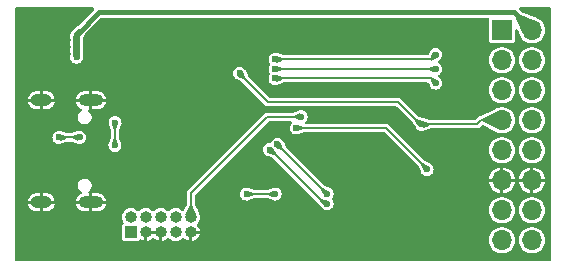
<source format=gbr>
%TF.GenerationSoftware,KiCad,Pcbnew,8.0.0*%
%TF.CreationDate,2024-03-25T21:44:05+01:00*%
%TF.ProjectId,expander-hw,65787061-6e64-4657-922d-68772e6b6963,rev?*%
%TF.SameCoordinates,Original*%
%TF.FileFunction,Copper,L2,Bot*%
%TF.FilePolarity,Positive*%
%FSLAX46Y46*%
G04 Gerber Fmt 4.6, Leading zero omitted, Abs format (unit mm)*
G04 Created by KiCad (PCBNEW 8.0.0) date 2024-03-25 21:44:05*
%MOMM*%
%LPD*%
G01*
G04 APERTURE LIST*
%TA.AperFunction,ComponentPad*%
%ADD10O,2.100000X1.000000*%
%TD*%
%TA.AperFunction,ComponentPad*%
%ADD11O,1.800000X1.000000*%
%TD*%
%TA.AperFunction,ComponentPad*%
%ADD12R,1.000000X1.000000*%
%TD*%
%TA.AperFunction,ComponentPad*%
%ADD13O,1.000000X1.000000*%
%TD*%
%TA.AperFunction,ComponentPad*%
%ADD14R,1.700000X1.700000*%
%TD*%
%TA.AperFunction,ComponentPad*%
%ADD15O,1.700000X1.700000*%
%TD*%
%TA.AperFunction,ViaPad*%
%ADD16C,0.600000*%
%TD*%
%TA.AperFunction,Conductor*%
%ADD17C,0.400000*%
%TD*%
%TA.AperFunction,Conductor*%
%ADD18C,0.200000*%
%TD*%
G04 APERTURE END LIST*
D10*
%TO.P,J2,S1,SHIELD*%
%TO.N,GND*%
X115200000Y-98860000D03*
D11*
X111000000Y-98860000D03*
D10*
X115200000Y-107500000D03*
D11*
X111000000Y-107500000D03*
%TD*%
D12*
%TO.P,J1,1,VTref*%
%TO.N,+3.3V*%
X118590000Y-110025000D03*
D13*
%TO.P,J1,2,SWDIO/TMS*%
%TO.N,/SWDIO*%
X118590000Y-108755000D03*
%TO.P,J1,3,GND*%
%TO.N,GND*%
X119860000Y-110025000D03*
%TO.P,J1,4,SWCLK/TCK*%
%TO.N,/SWDCLK*%
X119860000Y-108755000D03*
%TO.P,J1,5,GND*%
%TO.N,GND*%
X121130000Y-110025000D03*
%TO.P,J1,6,SWO/TDO*%
%TO.N,/SWO*%
X121130000Y-108755000D03*
%TO.P,J1,7,KEY*%
%TO.N,unconnected-(J1-KEY-Pad7)*%
X122400000Y-110025000D03*
%TO.P,J1,8,NC/TDI*%
%TO.N,unconnected-(J1-NC{slash}TDI-Pad8)*%
X122400000Y-108755000D03*
%TO.P,J1,9,GNDDetect*%
%TO.N,GND*%
X123670000Y-110025000D03*
%TO.P,J1,10,~{RESET}*%
%TO.N,/~{RESET}*%
X123670000Y-108755000D03*
%TD*%
D14*
%TO.P,J3,1,Pin_1*%
%TO.N,+3.3V*%
X150000000Y-92925000D03*
D15*
%TO.P,J3,2,Pin_2*%
%TO.N,VBUS*%
X152540000Y-92925000D03*
%TO.P,J3,3,Pin_3*%
%TO.N,/SPI1_SCK*%
X150000000Y-95465000D03*
%TO.P,J3,4,Pin_4*%
%TO.N,/SPI1_MISO*%
X152540000Y-95465000D03*
%TO.P,J3,5,Pin_5*%
%TO.N,/SPI1_MOSI*%
X150000000Y-98005000D03*
%TO.P,J3,6,Pin_6*%
%TO.N,/SPI1_CS*%
X152540000Y-98005000D03*
%TO.P,J3,7,Pin_7*%
%TO.N,/SPI2_SCK*%
X150000000Y-100545000D03*
%TO.P,J3,8,Pin_8*%
%TO.N,/SPI2_MISO*%
X152540000Y-100545000D03*
%TO.P,J3,9,Pin_9*%
%TO.N,/SPI2_MOSI*%
X150000000Y-103085000D03*
%TO.P,J3,10,Pin_10*%
%TO.N,/SPI2_CS*%
X152540000Y-103085000D03*
%TO.P,J3,11,Pin_11*%
%TO.N,GND*%
X150000000Y-105625000D03*
%TO.P,J3,12,Pin_12*%
X152540000Y-105625000D03*
%TO.P,J3,13,Pin_13*%
%TO.N,/I2C3_SDA*%
X150000000Y-108165000D03*
%TO.P,J3,14,Pin_14*%
%TO.N,/I2C3_SCL*%
X152540000Y-108165000D03*
%TO.P,J3,15,Pin_15*%
%TO.N,/I2C1_SDA*%
X150000000Y-110705000D03*
%TO.P,J3,16,Pin_16*%
%TO.N,/I2C1_SCL*%
X152540000Y-110705000D03*
%TD*%
D16*
%TO.N,GND*%
X125600000Y-95200000D03*
X145105000Y-98705000D03*
X146675000Y-100125000D03*
X132300000Y-92300000D03*
X119400000Y-93400000D03*
X137800000Y-105600000D03*
X145105000Y-104705000D03*
X138482959Y-100117041D03*
X117600000Y-96000000D03*
X121800000Y-102750000D03*
X145095000Y-110705000D03*
X120600000Y-96750000D03*
X146675000Y-94000000D03*
X131800000Y-106800000D03*
X138000000Y-93600000D03*
X136000000Y-97600000D03*
X117600000Y-96800000D03*
X145095000Y-106895000D03*
%TO.N,/~{RESET}*%
X133000000Y-100250000D03*
%TO.N,Net-(J2-CC1)*%
X114250000Y-102000000D03*
X112500000Y-102000000D03*
%TO.N,VBUS*%
X114000000Y-93400000D03*
X114000000Y-94600000D03*
X114000000Y-95200000D03*
X117250000Y-100750000D03*
X117239720Y-102658809D03*
X114000000Y-94000000D03*
%TO.N,/I2C3_SDA*%
X131000000Y-102600000D03*
X135200000Y-106800000D03*
%TO.N,/I2C3_SCL*%
X135200000Y-107600000D03*
X130334358Y-103043761D03*
%TO.N,Net-(U1-BOOT0)*%
X130800000Y-106800000D03*
X128400000Y-106800000D03*
%TO.N,/SPI1_MISO*%
X144400000Y-96200000D03*
X130800000Y-96200000D03*
%TO.N,/SPI1_MOSI*%
X130800000Y-97000000D03*
X144400000Y-97400000D03*
%TO.N,/SPI1_SCK*%
X130800000Y-95400000D03*
X144400000Y-95000000D03*
%TO.N,/SPI2_SCK*%
X143200000Y-100895000D03*
X127800000Y-96566205D03*
%TO.N,/SPI2_CS*%
X143660000Y-104705000D03*
X132600000Y-101200000D03*
%TD*%
D17*
%TO.N,VBUS*%
X151015000Y-91400000D02*
X115900000Y-91400000D01*
D18*
%TO.N,/~{RESET}*%
X133000000Y-100250000D02*
X130150000Y-100250000D01*
X123670000Y-106730000D02*
X123670000Y-108755000D01*
X130150000Y-100250000D02*
X123670000Y-106730000D01*
%TO.N,Net-(J2-CC1)*%
X114250000Y-102000000D02*
X112500000Y-102000000D01*
%TO.N,VBUS*%
X117239720Y-102658809D02*
X117250000Y-102648529D01*
D17*
X114000000Y-94000000D02*
X114000000Y-93400000D01*
X114000000Y-95200000D02*
X114000000Y-94600000D01*
X114000000Y-94600000D02*
X114000000Y-94000000D01*
D18*
X117250000Y-102648529D02*
X117250000Y-100750000D01*
D17*
X114000000Y-93300000D02*
X114000000Y-93400000D01*
X115900000Y-91400000D02*
X114000000Y-93300000D01*
X152540000Y-92925000D02*
X151015000Y-91400000D01*
D18*
%TO.N,/I2C3_SDA*%
X135200000Y-106800000D02*
X131000000Y-102600000D01*
%TO.N,/I2C3_SCL*%
X135200000Y-107600000D02*
X135000000Y-107600000D01*
X135000000Y-107600000D02*
X130443761Y-103043761D01*
X130443761Y-103043761D02*
X130334358Y-103043761D01*
%TO.N,Net-(U1-BOOT0)*%
X128400000Y-106800000D02*
X130800000Y-106800000D01*
%TO.N,/SPI1_MISO*%
X144400000Y-96200000D02*
X130800000Y-96200000D01*
%TO.N,/SPI1_MOSI*%
X144000000Y-97000000D02*
X130800000Y-97000000D01*
X144400000Y-97400000D02*
X144000000Y-97000000D01*
%TO.N,/SPI1_SCK*%
X144400000Y-95000000D02*
X144000000Y-95400000D01*
X144000000Y-95400000D02*
X130800000Y-95400000D01*
%TO.N,/SPI2_SCK*%
X143095000Y-100895000D02*
X141200000Y-99000000D01*
X148205000Y-100545000D02*
X150000000Y-100545000D01*
X147855000Y-100895000D02*
X148205000Y-100545000D01*
X130200000Y-99000000D02*
X127800000Y-96600000D01*
X143200000Y-100895000D02*
X147855000Y-100895000D01*
X143200000Y-100895000D02*
X143400000Y-100895000D01*
X141200000Y-99000000D02*
X130200000Y-99000000D01*
X127800000Y-96600000D02*
X127800000Y-96566205D01*
X143200000Y-100895000D02*
X143095000Y-100895000D01*
%TO.N,/SPI2_CS*%
X143660000Y-104660000D02*
X140200000Y-101200000D01*
X140200000Y-101200000D02*
X132600000Y-101200000D01*
X143660000Y-104705000D02*
X143660000Y-104660000D01*
%TD*%
%TA.AperFunction,Conductor*%
%TO.N,GND*%
G36*
X120805000Y-109982213D02*
G01*
X120805000Y-110067787D01*
X120827030Y-110150000D01*
X120162970Y-110150000D01*
X120185000Y-110067787D01*
X120185000Y-109982213D01*
X120162970Y-109900000D01*
X120827030Y-109900000D01*
X120805000Y-109982213D01*
G37*
%TD.AperFunction*%
%TA.AperFunction,Conductor*%
G36*
X115430573Y-91019685D02*
G01*
X115476328Y-91072489D01*
X115486272Y-91141647D01*
X115457247Y-91205203D01*
X115451215Y-91211681D01*
X114072509Y-92590385D01*
X114048499Y-92609109D01*
X114043226Y-92612264D01*
X114043220Y-92612268D01*
X113625521Y-92990197D01*
X113621173Y-92994224D01*
X113620739Y-92994635D01*
X113613625Y-93001539D01*
X113610641Y-93004116D01*
X113607382Y-93007375D01*
X113519137Y-93122377D01*
X113463671Y-93256287D01*
X113463670Y-93256291D01*
X113444750Y-93399999D01*
X113444750Y-93400002D01*
X113449273Y-93434360D01*
X113450274Y-93454403D01*
X113450237Y-93455576D01*
X113458596Y-93505733D01*
X113459222Y-93509927D01*
X113463670Y-93543712D01*
X113465442Y-93550323D01*
X113467979Y-93562027D01*
X113487576Y-93679612D01*
X113487576Y-93720383D01*
X113467976Y-93837982D01*
X113465442Y-93849675D01*
X113463669Y-93856293D01*
X113459221Y-93890068D01*
X113458597Y-93894257D01*
X113455250Y-93914344D01*
X113450236Y-93944430D01*
X113449128Y-93953286D01*
X113447653Y-93965085D01*
X113447496Y-93966967D01*
X113446939Y-93979744D01*
X113445997Y-93990521D01*
X113444750Y-93999997D01*
X113444750Y-94000002D01*
X113449273Y-94034360D01*
X113450274Y-94054403D01*
X113450237Y-94055576D01*
X113458596Y-94105733D01*
X113459222Y-94109927D01*
X113463670Y-94143712D01*
X113465442Y-94150323D01*
X113467979Y-94162027D01*
X113487576Y-94279612D01*
X113487576Y-94320383D01*
X113467976Y-94437982D01*
X113465442Y-94449675D01*
X113463669Y-94456293D01*
X113459221Y-94490068D01*
X113458597Y-94494257D01*
X113454451Y-94519137D01*
X113450236Y-94544430D01*
X113449128Y-94553286D01*
X113447653Y-94565085D01*
X113447496Y-94566967D01*
X113446939Y-94579744D01*
X113445997Y-94590521D01*
X113444750Y-94599997D01*
X113444750Y-94600002D01*
X113449273Y-94634360D01*
X113450274Y-94654403D01*
X113450237Y-94655576D01*
X113458596Y-94705733D01*
X113459222Y-94709927D01*
X113463670Y-94743712D01*
X113465442Y-94750323D01*
X113467979Y-94762027D01*
X113487576Y-94879612D01*
X113487576Y-94920383D01*
X113467976Y-95037982D01*
X113465442Y-95049675D01*
X113463669Y-95056293D01*
X113459221Y-95090068D01*
X113458597Y-95094257D01*
X113454307Y-95119999D01*
X113450236Y-95144430D01*
X113449128Y-95153286D01*
X113447653Y-95165085D01*
X113447496Y-95166967D01*
X113446939Y-95179744D01*
X113445997Y-95190520D01*
X113444750Y-95199996D01*
X113444750Y-95200000D01*
X113463670Y-95343708D01*
X113463671Y-95343712D01*
X113519137Y-95477622D01*
X113519138Y-95477624D01*
X113519139Y-95477625D01*
X113607379Y-95592621D01*
X113722375Y-95680861D01*
X113856291Y-95736330D01*
X113983280Y-95753048D01*
X113999999Y-95755250D01*
X114000000Y-95755250D01*
X114000001Y-95755250D01*
X114014977Y-95753278D01*
X114143709Y-95736330D01*
X114277625Y-95680861D01*
X114392621Y-95592621D01*
X114480861Y-95477625D01*
X114536330Y-95343709D01*
X114555250Y-95200000D01*
X114550724Y-95165631D01*
X114549725Y-95145564D01*
X114549761Y-95144418D01*
X114541405Y-95094285D01*
X114540779Y-95090083D01*
X114536331Y-95056296D01*
X114534560Y-95049687D01*
X114532022Y-95037986D01*
X114512421Y-94920380D01*
X114512421Y-94879616D01*
X114532019Y-94762024D01*
X114534558Y-94750319D01*
X114536326Y-94743717D01*
X114536330Y-94743709D01*
X114540782Y-94709886D01*
X114541402Y-94705732D01*
X114549762Y-94655575D01*
X114552331Y-94635071D01*
X114552391Y-94634360D01*
X114552491Y-94633180D01*
X114553057Y-94620253D01*
X114553999Y-94609500D01*
X114554278Y-94607379D01*
X114555250Y-94600000D01*
X114550724Y-94565631D01*
X114549725Y-94545564D01*
X114549761Y-94544418D01*
X114541405Y-94494285D01*
X114540779Y-94490083D01*
X114536331Y-94456296D01*
X114534560Y-94449687D01*
X114532022Y-94437986D01*
X114512421Y-94320380D01*
X114512421Y-94279616D01*
X114532019Y-94162024D01*
X114534558Y-94150319D01*
X114536326Y-94143717D01*
X114536330Y-94143709D01*
X114540782Y-94109886D01*
X114541402Y-94105732D01*
X114549762Y-94055575D01*
X114552331Y-94035071D01*
X114552391Y-94034360D01*
X114552491Y-94033180D01*
X114553057Y-94020253D01*
X114553999Y-94009500D01*
X114555250Y-94000000D01*
X114550724Y-93965631D01*
X114549725Y-93945564D01*
X114549761Y-93944418D01*
X114541405Y-93894285D01*
X114540779Y-93890083D01*
X114536331Y-93856296D01*
X114534560Y-93849687D01*
X114532022Y-93837986D01*
X114512421Y-93720380D01*
X114512421Y-93679616D01*
X114524681Y-93606053D01*
X114537076Y-93569047D01*
X114713025Y-93232121D01*
X114735254Y-93201847D01*
X116050285Y-91886819D01*
X116111608Y-91853334D01*
X116137966Y-91850500D01*
X148788153Y-91850500D01*
X148855192Y-91870185D01*
X148900947Y-91922989D01*
X148910891Y-91992147D01*
X148909770Y-91998691D01*
X148899500Y-92050321D01*
X148899500Y-93799678D01*
X148914032Y-93872735D01*
X148914033Y-93872739D01*
X148914034Y-93872740D01*
X148969399Y-93955601D01*
X149035848Y-94000000D01*
X149052260Y-94010966D01*
X149052264Y-94010967D01*
X149125321Y-94025499D01*
X149125324Y-94025500D01*
X149125326Y-94025500D01*
X150874676Y-94025500D01*
X150874677Y-94025499D01*
X150947740Y-94010966D01*
X151030601Y-93955601D01*
X151085966Y-93872740D01*
X151100500Y-93799674D01*
X151100500Y-92949661D01*
X151120185Y-92882622D01*
X151172989Y-92836867D01*
X151242147Y-92826923D01*
X151305703Y-92855948D01*
X151339521Y-92903335D01*
X151513327Y-93334872D01*
X151514170Y-93336939D01*
X151514169Y-93336939D01*
X151516026Y-93339724D01*
X151523844Y-93353223D01*
X151600327Y-93506821D01*
X151723237Y-93669581D01*
X151873958Y-93806980D01*
X151873960Y-93806982D01*
X151973141Y-93868392D01*
X152047363Y-93914348D01*
X152237544Y-93988024D01*
X152438024Y-94025500D01*
X152438026Y-94025500D01*
X152641974Y-94025500D01*
X152641976Y-94025500D01*
X152842456Y-93988024D01*
X153032637Y-93914348D01*
X153206041Y-93806981D01*
X153356764Y-93669579D01*
X153479673Y-93506821D01*
X153570582Y-93324250D01*
X153626397Y-93128083D01*
X153645215Y-92925000D01*
X153643207Y-92903335D01*
X153626397Y-92721917D01*
X153570582Y-92525750D01*
X153479673Y-92343179D01*
X153356764Y-92180421D01*
X153356762Y-92180418D01*
X153206041Y-92043019D01*
X153206039Y-92043017D01*
X153032640Y-91935653D01*
X153032634Y-91935651D01*
X152999950Y-91922989D01*
X152981685Y-91915913D01*
X152958609Y-91904063D01*
X152949786Y-91898292D01*
X151634771Y-91368653D01*
X151593416Y-91341313D01*
X151463784Y-91211681D01*
X151430299Y-91150358D01*
X151435283Y-91080666D01*
X151477155Y-91024733D01*
X151542619Y-91000316D01*
X151551465Y-91000000D01*
X154076000Y-91000000D01*
X154143039Y-91019685D01*
X154188794Y-91072489D01*
X154200000Y-91124000D01*
X154200000Y-112376000D01*
X154180315Y-112443039D01*
X154127511Y-112488794D01*
X154076000Y-112500000D01*
X108874000Y-112500000D01*
X108806961Y-112480315D01*
X108761206Y-112427511D01*
X108750000Y-112376000D01*
X108750000Y-108755002D01*
X117834751Y-108755002D01*
X117853685Y-108923056D01*
X117909545Y-109082694D01*
X117909547Y-109082697D01*
X117961171Y-109164855D01*
X117980172Y-109232091D01*
X117959805Y-109298926D01*
X117925069Y-109333929D01*
X117909399Y-109344398D01*
X117854033Y-109427260D01*
X117854032Y-109427264D01*
X117839500Y-109500321D01*
X117839500Y-110549678D01*
X117854032Y-110622735D01*
X117854033Y-110622739D01*
X117854034Y-110622740D01*
X117909399Y-110705601D01*
X117992044Y-110760822D01*
X117992260Y-110760966D01*
X117992264Y-110760967D01*
X118065321Y-110775499D01*
X118065324Y-110775500D01*
X118065326Y-110775500D01*
X119114676Y-110775500D01*
X119114677Y-110775499D01*
X119187740Y-110760966D01*
X119270601Y-110705601D01*
X119281348Y-110689515D01*
X119334957Y-110644711D01*
X119404282Y-110636002D01*
X119450423Y-110653413D01*
X119532526Y-110705002D01*
X119692051Y-110760822D01*
X119735000Y-110765660D01*
X119735000Y-110327970D01*
X119817213Y-110350000D01*
X119902787Y-110350000D01*
X119985000Y-110327970D01*
X119985000Y-110765660D01*
X120027948Y-110760822D01*
X120187471Y-110705003D01*
X120330575Y-110615084D01*
X120407319Y-110538341D01*
X120468642Y-110504856D01*
X120538334Y-110509840D01*
X120582681Y-110538341D01*
X120659424Y-110615084D01*
X120802528Y-110705003D01*
X120962051Y-110760822D01*
X121005000Y-110765660D01*
X121005000Y-110327970D01*
X121087213Y-110350000D01*
X121172787Y-110350000D01*
X121255000Y-110327970D01*
X121255000Y-110765660D01*
X121297948Y-110760822D01*
X121457471Y-110705003D01*
X121600572Y-110615086D01*
X121676964Y-110538694D01*
X121738287Y-110505209D01*
X121807979Y-110510193D01*
X121852327Y-110538694D01*
X121929109Y-110615476D01*
X121929115Y-110615481D01*
X122072302Y-110705452D01*
X122072305Y-110705454D01*
X122072309Y-110705455D01*
X122072310Y-110705456D01*
X122144913Y-110730860D01*
X122231943Y-110761314D01*
X122399997Y-110780249D01*
X122400000Y-110780249D01*
X122400003Y-110780249D01*
X122568056Y-110761314D01*
X122569462Y-110760822D01*
X122727690Y-110705456D01*
X122727692Y-110705454D01*
X122727694Y-110705454D01*
X122727697Y-110705452D01*
X122870884Y-110615481D01*
X122870884Y-110615480D01*
X122870890Y-110615477D01*
X122947675Y-110538691D01*
X123008994Y-110505209D01*
X123078686Y-110510193D01*
X123123034Y-110538694D01*
X123199424Y-110615084D01*
X123342528Y-110705003D01*
X123502051Y-110760822D01*
X123545000Y-110765660D01*
X123545000Y-110327970D01*
X123627213Y-110350000D01*
X123712787Y-110350000D01*
X123795000Y-110327970D01*
X123795000Y-110765660D01*
X123837948Y-110760822D01*
X123997471Y-110705003D01*
X123997476Y-110705000D01*
X148894785Y-110705000D01*
X148913602Y-110908082D01*
X148969417Y-111104247D01*
X148969422Y-111104260D01*
X149060327Y-111286821D01*
X149183237Y-111449581D01*
X149333958Y-111586980D01*
X149333960Y-111586982D01*
X149433141Y-111648392D01*
X149507363Y-111694348D01*
X149697544Y-111768024D01*
X149898024Y-111805500D01*
X149898026Y-111805500D01*
X150101974Y-111805500D01*
X150101976Y-111805500D01*
X150302456Y-111768024D01*
X150492637Y-111694348D01*
X150666041Y-111586981D01*
X150816764Y-111449579D01*
X150939673Y-111286821D01*
X151030582Y-111104250D01*
X151086397Y-110908083D01*
X151105215Y-110705000D01*
X151434785Y-110705000D01*
X151453602Y-110908082D01*
X151509417Y-111104247D01*
X151509422Y-111104260D01*
X151600327Y-111286821D01*
X151723237Y-111449581D01*
X151873958Y-111586980D01*
X151873960Y-111586982D01*
X151973141Y-111648392D01*
X152047363Y-111694348D01*
X152237544Y-111768024D01*
X152438024Y-111805500D01*
X152438026Y-111805500D01*
X152641974Y-111805500D01*
X152641976Y-111805500D01*
X152842456Y-111768024D01*
X153032637Y-111694348D01*
X153206041Y-111586981D01*
X153356764Y-111449579D01*
X153479673Y-111286821D01*
X153570582Y-111104250D01*
X153626397Y-110908083D01*
X153645215Y-110705000D01*
X153626397Y-110501917D01*
X153570582Y-110305750D01*
X153479673Y-110123179D01*
X153373221Y-109982213D01*
X153356762Y-109960418D01*
X153206041Y-109823019D01*
X153206039Y-109823017D01*
X153032642Y-109715655D01*
X153032635Y-109715651D01*
X152937546Y-109678814D01*
X152842456Y-109641976D01*
X152641976Y-109604500D01*
X152438024Y-109604500D01*
X152237544Y-109641976D01*
X152237541Y-109641976D01*
X152237541Y-109641977D01*
X152047364Y-109715651D01*
X152047357Y-109715655D01*
X151873960Y-109823017D01*
X151873958Y-109823019D01*
X151723237Y-109960418D01*
X151600327Y-110123178D01*
X151509422Y-110305739D01*
X151509417Y-110305752D01*
X151453602Y-110501917D01*
X151434785Y-110704999D01*
X151434785Y-110705000D01*
X151105215Y-110705000D01*
X151086397Y-110501917D01*
X151030582Y-110305750D01*
X150939673Y-110123179D01*
X150833221Y-109982213D01*
X150816762Y-109960418D01*
X150666041Y-109823019D01*
X150666039Y-109823017D01*
X150492642Y-109715655D01*
X150492635Y-109715651D01*
X150397546Y-109678814D01*
X150302456Y-109641976D01*
X150101976Y-109604500D01*
X149898024Y-109604500D01*
X149697544Y-109641976D01*
X149697541Y-109641976D01*
X149697541Y-109641977D01*
X149507364Y-109715651D01*
X149507357Y-109715655D01*
X149333960Y-109823017D01*
X149333958Y-109823019D01*
X149183237Y-109960418D01*
X149060327Y-110123178D01*
X148969422Y-110305739D01*
X148969417Y-110305752D01*
X148913602Y-110501917D01*
X148894785Y-110704999D01*
X148894785Y-110705000D01*
X123997476Y-110705000D01*
X124140575Y-110615084D01*
X124260084Y-110495575D01*
X124350003Y-110352471D01*
X124405823Y-110192945D01*
X124410662Y-110150000D01*
X123972970Y-110150000D01*
X123995000Y-110067787D01*
X123995000Y-109982213D01*
X123972970Y-109900000D01*
X124410663Y-109900000D01*
X124410662Y-109899999D01*
X124405823Y-109857054D01*
X124350003Y-109697528D01*
X124260084Y-109554424D01*
X124183694Y-109478034D01*
X124150209Y-109416711D01*
X124155193Y-109347019D01*
X124183690Y-109302676D01*
X124260477Y-109225890D01*
X124298828Y-109164855D01*
X124350452Y-109082697D01*
X124350454Y-109082694D01*
X124350454Y-109082692D01*
X124350456Y-109082690D01*
X124406313Y-108923059D01*
X124406313Y-108923058D01*
X124406314Y-108923056D01*
X124425249Y-108755002D01*
X124425249Y-108754997D01*
X124406314Y-108586943D01*
X124367107Y-108474898D01*
X124363262Y-108461556D01*
X124360239Y-108448315D01*
X124233433Y-108165000D01*
X148894785Y-108165000D01*
X148913602Y-108368082D01*
X148969417Y-108564247D01*
X148969422Y-108564260D01*
X149060327Y-108746821D01*
X149183237Y-108909581D01*
X149333958Y-109046980D01*
X149333960Y-109046982D01*
X149391642Y-109082697D01*
X149507363Y-109154348D01*
X149697544Y-109228024D01*
X149898024Y-109265500D01*
X149898026Y-109265500D01*
X150101974Y-109265500D01*
X150101976Y-109265500D01*
X150302456Y-109228024D01*
X150492637Y-109154348D01*
X150666041Y-109046981D01*
X150816764Y-108909579D01*
X150939673Y-108746821D01*
X151030582Y-108564250D01*
X151086397Y-108368083D01*
X151105215Y-108165000D01*
X151434785Y-108165000D01*
X151453602Y-108368082D01*
X151509417Y-108564247D01*
X151509422Y-108564260D01*
X151600327Y-108746821D01*
X151723237Y-108909581D01*
X151873958Y-109046980D01*
X151873960Y-109046982D01*
X151931642Y-109082697D01*
X152047363Y-109154348D01*
X152237544Y-109228024D01*
X152438024Y-109265500D01*
X152438026Y-109265500D01*
X152641974Y-109265500D01*
X152641976Y-109265500D01*
X152842456Y-109228024D01*
X153032637Y-109154348D01*
X153206041Y-109046981D01*
X153356764Y-108909579D01*
X153479673Y-108746821D01*
X153570582Y-108564250D01*
X153626397Y-108368083D01*
X153645215Y-108165000D01*
X153636833Y-108074547D01*
X153626397Y-107961917D01*
X153570582Y-107765750D01*
X153559608Y-107743712D01*
X153495914Y-107615796D01*
X153479673Y-107583179D01*
X153356764Y-107420421D01*
X153356762Y-107420418D01*
X153206041Y-107283019D01*
X153206039Y-107283017D01*
X153032642Y-107175655D01*
X153032635Y-107175651D01*
X152900631Y-107124513D01*
X152842456Y-107101976D01*
X152641976Y-107064500D01*
X152438024Y-107064500D01*
X152237544Y-107101976D01*
X152237541Y-107101976D01*
X152237541Y-107101977D01*
X152047364Y-107175651D01*
X152047357Y-107175655D01*
X151873960Y-107283017D01*
X151873958Y-107283019D01*
X151723237Y-107420418D01*
X151600327Y-107583178D01*
X151509422Y-107765739D01*
X151509417Y-107765752D01*
X151453602Y-107961917D01*
X151434785Y-108164999D01*
X151434785Y-108165000D01*
X151105215Y-108165000D01*
X151096833Y-108074547D01*
X151086397Y-107961917D01*
X151030582Y-107765750D01*
X151019608Y-107743712D01*
X150955914Y-107615796D01*
X150939673Y-107583179D01*
X150816764Y-107420421D01*
X150816762Y-107420418D01*
X150666041Y-107283019D01*
X150666039Y-107283017D01*
X150492642Y-107175655D01*
X150492635Y-107175651D01*
X150360631Y-107124513D01*
X150302456Y-107101976D01*
X150101976Y-107064500D01*
X149898024Y-107064500D01*
X149697544Y-107101976D01*
X149697541Y-107101976D01*
X149697541Y-107101977D01*
X149507364Y-107175651D01*
X149507357Y-107175655D01*
X149333960Y-107283017D01*
X149333958Y-107283019D01*
X149183237Y-107420418D01*
X149060327Y-107583178D01*
X148969422Y-107765739D01*
X148969417Y-107765752D01*
X148913602Y-107961917D01*
X148894785Y-108164999D01*
X148894785Y-108165000D01*
X124233433Y-108165000D01*
X124031319Y-107713430D01*
X124020500Y-107662773D01*
X124020500Y-106926544D01*
X124040185Y-106859505D01*
X124056819Y-106838863D01*
X124095682Y-106800000D01*
X127844750Y-106800000D01*
X127860211Y-106917439D01*
X127863670Y-106943708D01*
X127863671Y-106943712D01*
X127919137Y-107077622D01*
X127919138Y-107077623D01*
X127919139Y-107077625D01*
X128007379Y-107192621D01*
X128122375Y-107280861D01*
X128122376Y-107280861D01*
X128122377Y-107280862D01*
X128123290Y-107281240D01*
X128256291Y-107336330D01*
X128383280Y-107353048D01*
X128399999Y-107355250D01*
X128400000Y-107355250D01*
X128400001Y-107355250D01*
X128418921Y-107352758D01*
X128543709Y-107336330D01*
X128577290Y-107322419D01*
X128605745Y-107314445D01*
X128612939Y-107313331D01*
X129038278Y-107158022D01*
X129080809Y-107150500D01*
X130119191Y-107150500D01*
X130161722Y-107158022D01*
X130587060Y-107313330D01*
X130596025Y-107314825D01*
X130623079Y-107322573D01*
X130656291Y-107336330D01*
X130783280Y-107353048D01*
X130799999Y-107355250D01*
X130800000Y-107355250D01*
X130800001Y-107355250D01*
X130814977Y-107353278D01*
X130943709Y-107336330D01*
X131077625Y-107280861D01*
X131192621Y-107192621D01*
X131280861Y-107077625D01*
X131336330Y-106943709D01*
X131355250Y-106800000D01*
X131336330Y-106656291D01*
X131284233Y-106530515D01*
X131280862Y-106522377D01*
X131280861Y-106522376D01*
X131280861Y-106522375D01*
X131192621Y-106407379D01*
X131077625Y-106319139D01*
X131077624Y-106319138D01*
X131077622Y-106319137D01*
X130943712Y-106263671D01*
X130943710Y-106263670D01*
X130943709Y-106263670D01*
X130871854Y-106254210D01*
X130800001Y-106244750D01*
X130799999Y-106244750D01*
X130656289Y-106263670D01*
X130622708Y-106277579D01*
X130594260Y-106285551D01*
X130587072Y-106286665D01*
X130587065Y-106286667D01*
X130161719Y-106441978D01*
X130119188Y-106449500D01*
X129080812Y-106449500D01*
X129038281Y-106441978D01*
X128612941Y-106286669D01*
X128612932Y-106286667D01*
X128603974Y-106285174D01*
X128576914Y-106277423D01*
X128543709Y-106263670D01*
X128471854Y-106254210D01*
X128400001Y-106244750D01*
X128399999Y-106244750D01*
X128256291Y-106263670D01*
X128256287Y-106263671D01*
X128122377Y-106319137D01*
X128007379Y-106407379D01*
X127919137Y-106522377D01*
X127863671Y-106656287D01*
X127863670Y-106656291D01*
X127853392Y-106734362D01*
X127844750Y-106800000D01*
X124095682Y-106800000D01*
X127851921Y-103043761D01*
X129779108Y-103043761D01*
X129798028Y-103187469D01*
X129798029Y-103187473D01*
X129853495Y-103321383D01*
X129853496Y-103321385D01*
X129853497Y-103321386D01*
X129941737Y-103436382D01*
X130056733Y-103524622D01*
X130132014Y-103555804D01*
X130142376Y-103560670D01*
X130159167Y-103569524D01*
X130174131Y-103573971D01*
X130186258Y-103578272D01*
X130190649Y-103580091D01*
X130194233Y-103581051D01*
X130207372Y-103583851D01*
X130576791Y-103693647D01*
X130629145Y-103724827D01*
X134421195Y-107516877D01*
X134437906Y-107539553D01*
X134438533Y-107539140D01*
X134441881Y-107544220D01*
X134781231Y-107962957D01*
X134789585Y-107972750D01*
X134790379Y-107973635D01*
X134798988Y-107982751D01*
X134807204Y-107992394D01*
X134807375Y-107992617D01*
X134807377Y-107992618D01*
X134807379Y-107992621D01*
X134922375Y-108080861D01*
X134922376Y-108080861D01*
X134922377Y-108080862D01*
X134926484Y-108082563D01*
X135056291Y-108136330D01*
X135183280Y-108153048D01*
X135199999Y-108155250D01*
X135200000Y-108155250D01*
X135200001Y-108155250D01*
X135214977Y-108153278D01*
X135343709Y-108136330D01*
X135477625Y-108080861D01*
X135592621Y-107992621D01*
X135680861Y-107877625D01*
X135736330Y-107743709D01*
X135755250Y-107600000D01*
X135736330Y-107456291D01*
X135680861Y-107322375D01*
X135644881Y-107275485D01*
X135619687Y-107210318D01*
X135633725Y-107141873D01*
X135644882Y-107124513D01*
X135680861Y-107077625D01*
X135736330Y-106943709D01*
X135755250Y-106800000D01*
X135736330Y-106656291D01*
X135684233Y-106530515D01*
X135680862Y-106522377D01*
X135680861Y-106522376D01*
X135680861Y-106522375D01*
X135592621Y-106407379D01*
X135477625Y-106319139D01*
X135477620Y-106319137D01*
X135444048Y-106305231D01*
X135418283Y-106290746D01*
X135412416Y-106286453D01*
X135412409Y-106286449D01*
X135001826Y-106095507D01*
X134966434Y-106070752D01*
X134395681Y-105499999D01*
X148906869Y-105499999D01*
X148906870Y-105500000D01*
X149515856Y-105500000D01*
X149500000Y-105559174D01*
X149500000Y-105690826D01*
X149515856Y-105750000D01*
X148906870Y-105750000D01*
X148914097Y-105827989D01*
X148914097Y-105827992D01*
X148969883Y-106024063D01*
X148969886Y-106024069D01*
X149060754Y-106206556D01*
X149183608Y-106369242D01*
X149334260Y-106506578D01*
X149507584Y-106613897D01*
X149697678Y-106687539D01*
X149875000Y-106720686D01*
X149875000Y-106109144D01*
X149934174Y-106125000D01*
X150065826Y-106125000D01*
X150125000Y-106109144D01*
X150125000Y-106720686D01*
X150302321Y-106687539D01*
X150492415Y-106613897D01*
X150665739Y-106506578D01*
X150816391Y-106369242D01*
X150939245Y-106206556D01*
X151030113Y-106024069D01*
X151030116Y-106024063D01*
X151085902Y-105827992D01*
X151085902Y-105827989D01*
X151093130Y-105750000D01*
X150484144Y-105750000D01*
X150500000Y-105690826D01*
X150500000Y-105559174D01*
X150484144Y-105500000D01*
X151093130Y-105500000D01*
X151093130Y-105499999D01*
X151446869Y-105499999D01*
X151446870Y-105500000D01*
X152055856Y-105500000D01*
X152040000Y-105559174D01*
X152040000Y-105690826D01*
X152055856Y-105750000D01*
X151446870Y-105750000D01*
X151454097Y-105827989D01*
X151454097Y-105827992D01*
X151509883Y-106024063D01*
X151509886Y-106024069D01*
X151600754Y-106206556D01*
X151723608Y-106369242D01*
X151874260Y-106506578D01*
X152047584Y-106613897D01*
X152237678Y-106687539D01*
X152415000Y-106720686D01*
X152415000Y-106109144D01*
X152474174Y-106125000D01*
X152605826Y-106125000D01*
X152665000Y-106109144D01*
X152665000Y-106720686D01*
X152842321Y-106687539D01*
X153032415Y-106613897D01*
X153205739Y-106506578D01*
X153356391Y-106369242D01*
X153479245Y-106206556D01*
X153570113Y-106024069D01*
X153570116Y-106024063D01*
X153625902Y-105827992D01*
X153625902Y-105827989D01*
X153633130Y-105750000D01*
X153024144Y-105750000D01*
X153040000Y-105690826D01*
X153040000Y-105559174D01*
X153024144Y-105500000D01*
X153633130Y-105500000D01*
X153633130Y-105499999D01*
X153625902Y-105422010D01*
X153625902Y-105422007D01*
X153570116Y-105225936D01*
X153570113Y-105225930D01*
X153479245Y-105043443D01*
X153356391Y-104880757D01*
X153205739Y-104743421D01*
X153032415Y-104636102D01*
X152842321Y-104562460D01*
X152665000Y-104529312D01*
X152665000Y-105140855D01*
X152605826Y-105125000D01*
X152474174Y-105125000D01*
X152415000Y-105140855D01*
X152415000Y-104529312D01*
X152237678Y-104562460D01*
X152047584Y-104636102D01*
X151874260Y-104743421D01*
X151723608Y-104880757D01*
X151600754Y-105043443D01*
X151509886Y-105225930D01*
X151509883Y-105225936D01*
X151454097Y-105422007D01*
X151454097Y-105422010D01*
X151446869Y-105499999D01*
X151093130Y-105499999D01*
X151085902Y-105422010D01*
X151085902Y-105422007D01*
X151030116Y-105225936D01*
X151030113Y-105225930D01*
X150939245Y-105043443D01*
X150816391Y-104880757D01*
X150665739Y-104743421D01*
X150492415Y-104636102D01*
X150302321Y-104562460D01*
X150125000Y-104529312D01*
X150125000Y-105140855D01*
X150065826Y-105125000D01*
X149934174Y-105125000D01*
X149875000Y-105140855D01*
X149875000Y-104529312D01*
X149697678Y-104562460D01*
X149507584Y-104636102D01*
X149334260Y-104743421D01*
X149183608Y-104880757D01*
X149060754Y-105043443D01*
X148969886Y-105225930D01*
X148969883Y-105225936D01*
X148914097Y-105422007D01*
X148914097Y-105422010D01*
X148906869Y-105499999D01*
X134395681Y-105499999D01*
X131729246Y-102833564D01*
X131704491Y-102798171D01*
X131513551Y-102387591D01*
X131513550Y-102387589D01*
X131508268Y-102380194D01*
X131494614Y-102355581D01*
X131480861Y-102322375D01*
X131392621Y-102207379D01*
X131277625Y-102119139D01*
X131277624Y-102119138D01*
X131277622Y-102119137D01*
X131143712Y-102063671D01*
X131143710Y-102063670D01*
X131143709Y-102063670D01*
X131071854Y-102054210D01*
X131000001Y-102044750D01*
X130999999Y-102044750D01*
X130856291Y-102063670D01*
X130856287Y-102063671D01*
X130722377Y-102119137D01*
X130607379Y-102207379D01*
X130519138Y-102322376D01*
X130480738Y-102415083D01*
X130436897Y-102469486D01*
X130370603Y-102491551D01*
X130349992Y-102490569D01*
X130334359Y-102488511D01*
X130334357Y-102488511D01*
X130190649Y-102507431D01*
X130190645Y-102507432D01*
X130056735Y-102562898D01*
X129941737Y-102651140D01*
X129853495Y-102766138D01*
X129798029Y-102900048D01*
X129798028Y-102900052D01*
X129779108Y-103043760D01*
X129779108Y-103043761D01*
X127851921Y-103043761D01*
X130258863Y-100636819D01*
X130320186Y-100603334D01*
X130346544Y-100600500D01*
X132114896Y-100600500D01*
X132181935Y-100620185D01*
X132227690Y-100672989D01*
X132237634Y-100742147D01*
X132211187Y-100800057D01*
X132212327Y-100800932D01*
X132207381Y-100807377D01*
X132207379Y-100807379D01*
X132159128Y-100870261D01*
X132119137Y-100922377D01*
X132063671Y-101056287D01*
X132063670Y-101056291D01*
X132044750Y-101199999D01*
X132044750Y-101200000D01*
X132063670Y-101343708D01*
X132063671Y-101343712D01*
X132119137Y-101477622D01*
X132119138Y-101477624D01*
X132119139Y-101477625D01*
X132207379Y-101592621D01*
X132322375Y-101680861D01*
X132456291Y-101736330D01*
X132583280Y-101753048D01*
X132599999Y-101755250D01*
X132600000Y-101755250D01*
X132600001Y-101755250D01*
X132618921Y-101752758D01*
X132743709Y-101736330D01*
X132777290Y-101722419D01*
X132805745Y-101714445D01*
X132812939Y-101713331D01*
X133238278Y-101558022D01*
X133280809Y-101550500D01*
X140003456Y-101550500D01*
X140070495Y-101570185D01*
X140091137Y-101586819D01*
X142950764Y-104446446D01*
X142978516Y-104488836D01*
X143063330Y-104704999D01*
X143119715Y-104848708D01*
X143140745Y-104902305D01*
X143142201Y-104905936D01*
X143142204Y-104905941D01*
X143149322Y-104916667D01*
X143160563Y-104937779D01*
X143179137Y-104982621D01*
X143179139Y-104982625D01*
X143267379Y-105097621D01*
X143382375Y-105185861D01*
X143516291Y-105241330D01*
X143643280Y-105258048D01*
X143659999Y-105260250D01*
X143660000Y-105260250D01*
X143660001Y-105260250D01*
X143674977Y-105258278D01*
X143803709Y-105241330D01*
X143937625Y-105185861D01*
X144052621Y-105097621D01*
X144140861Y-104982625D01*
X144196330Y-104848709D01*
X144215250Y-104705000D01*
X144196330Y-104561291D01*
X144140861Y-104427375D01*
X144052621Y-104312379D01*
X143937625Y-104224139D01*
X143915683Y-104215050D01*
X143891270Y-104200421D01*
X143890957Y-104200890D01*
X143885890Y-104197506D01*
X143885886Y-104197503D01*
X143655385Y-104074344D01*
X143488320Y-103985079D01*
X143459075Y-103963393D01*
X142580682Y-103085000D01*
X148894785Y-103085000D01*
X148913602Y-103288082D01*
X148969417Y-103484247D01*
X148969422Y-103484260D01*
X149060327Y-103666821D01*
X149183237Y-103829581D01*
X149333958Y-103966980D01*
X149333960Y-103966982D01*
X149363188Y-103985079D01*
X149507363Y-104074348D01*
X149697544Y-104148024D01*
X149898024Y-104185500D01*
X149898026Y-104185500D01*
X150101974Y-104185500D01*
X150101976Y-104185500D01*
X150302456Y-104148024D01*
X150492637Y-104074348D01*
X150666041Y-103966981D01*
X150816764Y-103829579D01*
X150939673Y-103666821D01*
X151030582Y-103484250D01*
X151086397Y-103288083D01*
X151105215Y-103085000D01*
X151434785Y-103085000D01*
X151453602Y-103288082D01*
X151509417Y-103484247D01*
X151509422Y-103484260D01*
X151600327Y-103666821D01*
X151723237Y-103829581D01*
X151873958Y-103966980D01*
X151873960Y-103966982D01*
X151903188Y-103985079D01*
X152047363Y-104074348D01*
X152237544Y-104148024D01*
X152438024Y-104185500D01*
X152438026Y-104185500D01*
X152641974Y-104185500D01*
X152641976Y-104185500D01*
X152842456Y-104148024D01*
X153032637Y-104074348D01*
X153206041Y-103966981D01*
X153356764Y-103829579D01*
X153479673Y-103666821D01*
X153570582Y-103484250D01*
X153626397Y-103288083D01*
X153645215Y-103085000D01*
X153626397Y-102881917D01*
X153570582Y-102685750D01*
X153553348Y-102651140D01*
X153496180Y-102536330D01*
X153479673Y-102503179D01*
X153386803Y-102380199D01*
X153356762Y-102340418D01*
X153206041Y-102203019D01*
X153206039Y-102203017D01*
X153032642Y-102095655D01*
X153032635Y-102095651D01*
X152901243Y-102044750D01*
X152842456Y-102021976D01*
X152641976Y-101984500D01*
X152438024Y-101984500D01*
X152237544Y-102021976D01*
X152237541Y-102021976D01*
X152237541Y-102021977D01*
X152047364Y-102095651D01*
X152047357Y-102095655D01*
X151873960Y-102203017D01*
X151873958Y-102203019D01*
X151723237Y-102340418D01*
X151600327Y-102503178D01*
X151509422Y-102685739D01*
X151509417Y-102685752D01*
X151453602Y-102881917D01*
X151434785Y-103084999D01*
X151434785Y-103085000D01*
X151105215Y-103085000D01*
X151086397Y-102881917D01*
X151030582Y-102685750D01*
X151013348Y-102651140D01*
X150956180Y-102536330D01*
X150939673Y-102503179D01*
X150846803Y-102380199D01*
X150816762Y-102340418D01*
X150666041Y-102203019D01*
X150666039Y-102203017D01*
X150492642Y-102095655D01*
X150492635Y-102095651D01*
X150361243Y-102044750D01*
X150302456Y-102021976D01*
X150101976Y-101984500D01*
X149898024Y-101984500D01*
X149697544Y-102021976D01*
X149697541Y-102021976D01*
X149697541Y-102021977D01*
X149507364Y-102095651D01*
X149507357Y-102095655D01*
X149333960Y-102203017D01*
X149333958Y-102203019D01*
X149183237Y-102340418D01*
X149060327Y-102503178D01*
X148969422Y-102685739D01*
X148969417Y-102685752D01*
X148913602Y-102881917D01*
X148894785Y-103084999D01*
X148894785Y-103085000D01*
X142580682Y-103085000D01*
X140415213Y-100919531D01*
X140415208Y-100919527D01*
X140335289Y-100873386D01*
X140331020Y-100872242D01*
X140323625Y-100870261D01*
X140323624Y-100870260D01*
X140266904Y-100855062D01*
X140246144Y-100849500D01*
X140246143Y-100849500D01*
X133485104Y-100849500D01*
X133418065Y-100829815D01*
X133372310Y-100777011D01*
X133362366Y-100707853D01*
X133388812Y-100649942D01*
X133387673Y-100649068D01*
X133392618Y-100642622D01*
X133392621Y-100642621D01*
X133480861Y-100527625D01*
X133536330Y-100393709D01*
X133555250Y-100250000D01*
X133536330Y-100106291D01*
X133480861Y-99972375D01*
X133392621Y-99857379D01*
X133277625Y-99769139D01*
X133277624Y-99769138D01*
X133277622Y-99769137D01*
X133143712Y-99713671D01*
X133143710Y-99713670D01*
X133143709Y-99713670D01*
X133071854Y-99704210D01*
X133000001Y-99694750D01*
X132999999Y-99694750D01*
X132856289Y-99713670D01*
X132822708Y-99727579D01*
X132794260Y-99735551D01*
X132787072Y-99736665D01*
X132787065Y-99736667D01*
X132361719Y-99891978D01*
X132319188Y-99899500D01*
X130103856Y-99899500D01*
X130020073Y-99921948D01*
X130020074Y-99921949D01*
X130014712Y-99923385D01*
X130014708Y-99923387D01*
X129934791Y-99969527D01*
X129934786Y-99969531D01*
X123389531Y-106514786D01*
X123389527Y-106514791D01*
X123362470Y-106561657D01*
X123362470Y-106561658D01*
X123343386Y-106594710D01*
X123319500Y-106683856D01*
X123319500Y-107662774D01*
X123308680Y-107713432D01*
X123107396Y-108163145D01*
X123062042Y-108216293D01*
X122995153Y-108236483D01*
X122927967Y-108217306D01*
X122906535Y-108200168D01*
X122870890Y-108164523D01*
X122870884Y-108164518D01*
X122727697Y-108074547D01*
X122727694Y-108074545D01*
X122568056Y-108018685D01*
X122400003Y-107999751D01*
X122399997Y-107999751D01*
X122231943Y-108018685D01*
X122072305Y-108074545D01*
X122072302Y-108074547D01*
X121929115Y-108164518D01*
X121929109Y-108164523D01*
X121852681Y-108240952D01*
X121791358Y-108274437D01*
X121721666Y-108269453D01*
X121677319Y-108240952D01*
X121600890Y-108164523D01*
X121600884Y-108164518D01*
X121457697Y-108074547D01*
X121457694Y-108074545D01*
X121298056Y-108018685D01*
X121130003Y-107999751D01*
X121129997Y-107999751D01*
X120961943Y-108018685D01*
X120802305Y-108074545D01*
X120802302Y-108074547D01*
X120659115Y-108164518D01*
X120659109Y-108164523D01*
X120582681Y-108240952D01*
X120521358Y-108274437D01*
X120451666Y-108269453D01*
X120407319Y-108240952D01*
X120330890Y-108164523D01*
X120330884Y-108164518D01*
X120187697Y-108074547D01*
X120187694Y-108074545D01*
X120028056Y-108018685D01*
X119860003Y-107999751D01*
X119859997Y-107999751D01*
X119691943Y-108018685D01*
X119532305Y-108074545D01*
X119532302Y-108074547D01*
X119389115Y-108164518D01*
X119389109Y-108164523D01*
X119312681Y-108240952D01*
X119251358Y-108274437D01*
X119181666Y-108269453D01*
X119137319Y-108240952D01*
X119060890Y-108164523D01*
X119060884Y-108164518D01*
X118917697Y-108074547D01*
X118917694Y-108074545D01*
X118758056Y-108018685D01*
X118590003Y-107999751D01*
X118589997Y-107999751D01*
X118421943Y-108018685D01*
X118262305Y-108074545D01*
X118262302Y-108074547D01*
X118119115Y-108164518D01*
X118119109Y-108164523D01*
X117999523Y-108284109D01*
X117999518Y-108284115D01*
X117909547Y-108427302D01*
X117909545Y-108427305D01*
X117853685Y-108586943D01*
X117834751Y-108754997D01*
X117834751Y-108755002D01*
X108750000Y-108755002D01*
X108750000Y-107625000D01*
X109860170Y-107625000D01*
X109878820Y-107718759D01*
X109878822Y-107718767D01*
X109935357Y-107855254D01*
X109935362Y-107855264D01*
X110017436Y-107978096D01*
X110017439Y-107978100D01*
X110121899Y-108082560D01*
X110121903Y-108082563D01*
X110244735Y-108164637D01*
X110244745Y-108164642D01*
X110381232Y-108221177D01*
X110381240Y-108221179D01*
X110526126Y-108249999D01*
X110526129Y-108250000D01*
X110875000Y-108250000D01*
X110875000Y-107800000D01*
X111125000Y-107800000D01*
X111125000Y-108250000D01*
X111473871Y-108250000D01*
X111473873Y-108249999D01*
X111618759Y-108221179D01*
X111618767Y-108221177D01*
X111755254Y-108164642D01*
X111755264Y-108164637D01*
X111878096Y-108082563D01*
X111878100Y-108082560D01*
X111982560Y-107978100D01*
X111982563Y-107978096D01*
X112064637Y-107855264D01*
X112064642Y-107855254D01*
X112121177Y-107718767D01*
X112121179Y-107718759D01*
X112139829Y-107625000D01*
X113910170Y-107625000D01*
X113928820Y-107718759D01*
X113928822Y-107718767D01*
X113985357Y-107855254D01*
X113985362Y-107855264D01*
X114067436Y-107978096D01*
X114067439Y-107978100D01*
X114171899Y-108082560D01*
X114171903Y-108082563D01*
X114294735Y-108164637D01*
X114294745Y-108164642D01*
X114431232Y-108221177D01*
X114431240Y-108221179D01*
X114576126Y-108249999D01*
X114576129Y-108250000D01*
X115075000Y-108250000D01*
X115075000Y-107800000D01*
X115325000Y-107800000D01*
X115325000Y-108250000D01*
X115823871Y-108250000D01*
X115823873Y-108249999D01*
X115968759Y-108221179D01*
X115968767Y-108221177D01*
X116105254Y-108164642D01*
X116105264Y-108164637D01*
X116228096Y-108082563D01*
X116228100Y-108082560D01*
X116332560Y-107978100D01*
X116332563Y-107978096D01*
X116414637Y-107855264D01*
X116414642Y-107855254D01*
X116471177Y-107718767D01*
X116471179Y-107718759D01*
X116489829Y-107625000D01*
X116024242Y-107625000D01*
X116029556Y-107615796D01*
X116050000Y-107539496D01*
X116050000Y-107460504D01*
X116029556Y-107384204D01*
X116024242Y-107375000D01*
X116489829Y-107375000D01*
X116489829Y-107374999D01*
X116471179Y-107281240D01*
X116471177Y-107281232D01*
X116414642Y-107144745D01*
X116414637Y-107144735D01*
X116332563Y-107021903D01*
X116332560Y-107021899D01*
X116228100Y-106917439D01*
X116228096Y-106917436D01*
X116105264Y-106835362D01*
X116105254Y-106835357D01*
X115968767Y-106778822D01*
X115968759Y-106778820D01*
X115823872Y-106750000D01*
X115325000Y-106750000D01*
X115325000Y-107200000D01*
X115075000Y-107200000D01*
X115075000Y-106750000D01*
X115059362Y-106734362D01*
X115045579Y-106730315D01*
X114999824Y-106677511D01*
X114989880Y-106608353D01*
X115018905Y-106544797D01*
X115027785Y-106536429D01*
X115027618Y-106536262D01*
X115057302Y-106506578D01*
X115140515Y-106423365D01*
X115216281Y-106292135D01*
X115255500Y-106145766D01*
X115255500Y-105994234D01*
X115216281Y-105847865D01*
X115140515Y-105716635D01*
X115033365Y-105609485D01*
X114946224Y-105559174D01*
X114902136Y-105533719D01*
X114828950Y-105514109D01*
X114755766Y-105494500D01*
X114604234Y-105494500D01*
X114457863Y-105533719D01*
X114326635Y-105609485D01*
X114326632Y-105609487D01*
X114219487Y-105716632D01*
X114219485Y-105716635D01*
X114143719Y-105847863D01*
X114104500Y-105994234D01*
X114104500Y-106145765D01*
X114143719Y-106292136D01*
X114181602Y-106357750D01*
X114219485Y-106423365D01*
X114326635Y-106530515D01*
X114402989Y-106574598D01*
X114451205Y-106625165D01*
X114464428Y-106693772D01*
X114438460Y-106758637D01*
X114388443Y-106796546D01*
X114294741Y-106835359D01*
X114294735Y-106835362D01*
X114171903Y-106917436D01*
X114171899Y-106917439D01*
X114067439Y-107021899D01*
X114067436Y-107021903D01*
X113985362Y-107144735D01*
X113985357Y-107144745D01*
X113928822Y-107281232D01*
X113928820Y-107281240D01*
X113910170Y-107374999D01*
X113910171Y-107375000D01*
X114375758Y-107375000D01*
X114370444Y-107384204D01*
X114350000Y-107460504D01*
X114350000Y-107539496D01*
X114370444Y-107615796D01*
X114375758Y-107625000D01*
X113910170Y-107625000D01*
X112139829Y-107625000D01*
X111674242Y-107625000D01*
X111679556Y-107615796D01*
X111700000Y-107539496D01*
X111700000Y-107460504D01*
X111679556Y-107384204D01*
X111674242Y-107375000D01*
X112139829Y-107375000D01*
X112139829Y-107374999D01*
X112121179Y-107281240D01*
X112121177Y-107281232D01*
X112064642Y-107144745D01*
X112064637Y-107144735D01*
X111982563Y-107021903D01*
X111982560Y-107021899D01*
X111878100Y-106917439D01*
X111878096Y-106917436D01*
X111755264Y-106835362D01*
X111755254Y-106835357D01*
X111618767Y-106778822D01*
X111618759Y-106778820D01*
X111473872Y-106750000D01*
X111125000Y-106750000D01*
X111125000Y-107200000D01*
X110875000Y-107200000D01*
X110875000Y-106750000D01*
X110526128Y-106750000D01*
X110381240Y-106778820D01*
X110381232Y-106778822D01*
X110244745Y-106835357D01*
X110244735Y-106835362D01*
X110121903Y-106917436D01*
X110121899Y-106917439D01*
X110017439Y-107021899D01*
X110017436Y-107021903D01*
X109935362Y-107144735D01*
X109935357Y-107144745D01*
X109878822Y-107281232D01*
X109878820Y-107281240D01*
X109860170Y-107374999D01*
X109860171Y-107375000D01*
X110325758Y-107375000D01*
X110320444Y-107384204D01*
X110300000Y-107460504D01*
X110300000Y-107539496D01*
X110320444Y-107615796D01*
X110325758Y-107625000D01*
X109860170Y-107625000D01*
X108750000Y-107625000D01*
X108750000Y-102658809D01*
X116684470Y-102658809D01*
X116703390Y-102802517D01*
X116703391Y-102802521D01*
X116758857Y-102936431D01*
X116758858Y-102936433D01*
X116758859Y-102936434D01*
X116847099Y-103051430D01*
X116962095Y-103139670D01*
X117096011Y-103195139D01*
X117223000Y-103211857D01*
X117239719Y-103214059D01*
X117239720Y-103214059D01*
X117239721Y-103214059D01*
X117254697Y-103212087D01*
X117383429Y-103195139D01*
X117517345Y-103139670D01*
X117632341Y-103051430D01*
X117720581Y-102936434D01*
X117776050Y-102802518D01*
X117794970Y-102658809D01*
X117776050Y-102515100D01*
X117765889Y-102490569D01*
X117763700Y-102485284D01*
X117755410Y-102454670D01*
X117754798Y-102450207D01*
X117754797Y-102450204D01*
X117751606Y-102440967D01*
X117695186Y-102277622D01*
X117607295Y-102023164D01*
X117600500Y-101982681D01*
X117600500Y-101430811D01*
X117608022Y-101388280D01*
X117612557Y-101375862D01*
X117763331Y-100962939D01*
X117764824Y-100953980D01*
X117772573Y-100926919D01*
X117786330Y-100893709D01*
X117805250Y-100750000D01*
X117804997Y-100748082D01*
X117793147Y-100658073D01*
X117786330Y-100606291D01*
X117730861Y-100472375D01*
X117642621Y-100357379D01*
X117527625Y-100269139D01*
X117527624Y-100269138D01*
X117527622Y-100269137D01*
X117393712Y-100213671D01*
X117393710Y-100213670D01*
X117393709Y-100213670D01*
X117321854Y-100204210D01*
X117250001Y-100194750D01*
X117249999Y-100194750D01*
X117106291Y-100213670D01*
X117106287Y-100213671D01*
X116972377Y-100269137D01*
X116857379Y-100357379D01*
X116769137Y-100472377D01*
X116713671Y-100606287D01*
X116713670Y-100606291D01*
X116695003Y-100748082D01*
X116694750Y-100750000D01*
X116713670Y-100893709D01*
X116727424Y-100926915D01*
X116727578Y-100927286D01*
X116735552Y-100955740D01*
X116736667Y-100962932D01*
X116736667Y-100962933D01*
X116736667Y-100962935D01*
X116736668Y-100962936D01*
X116887443Y-101375862D01*
X116891978Y-101388280D01*
X116899500Y-101430811D01*
X116899500Y-101976928D01*
X116891105Y-102021778D01*
X116728479Y-102440956D01*
X116728476Y-102440967D01*
X116726436Y-102452169D01*
X116719006Y-102477395D01*
X116703390Y-102515096D01*
X116684470Y-102658808D01*
X116684470Y-102658809D01*
X108750000Y-102658809D01*
X108750000Y-102000000D01*
X111944750Y-102000000D01*
X111957343Y-102095655D01*
X111963670Y-102143708D01*
X111963671Y-102143712D01*
X112019137Y-102277622D01*
X112019138Y-102277624D01*
X112019139Y-102277625D01*
X112107379Y-102392621D01*
X112222375Y-102480861D01*
X112222376Y-102480861D01*
X112222377Y-102480862D01*
X112248183Y-102491551D01*
X112356291Y-102536330D01*
X112483280Y-102553048D01*
X112499999Y-102555250D01*
X112500000Y-102555250D01*
X112500001Y-102555250D01*
X112518921Y-102552758D01*
X112643709Y-102536330D01*
X112677290Y-102522419D01*
X112705745Y-102514445D01*
X112712939Y-102513331D01*
X113138278Y-102358022D01*
X113180809Y-102350500D01*
X113569191Y-102350500D01*
X113611722Y-102358022D01*
X114037060Y-102513330D01*
X114046025Y-102514825D01*
X114073079Y-102522573D01*
X114106291Y-102536330D01*
X114233280Y-102553048D01*
X114249999Y-102555250D01*
X114250000Y-102555250D01*
X114250001Y-102555250D01*
X114264977Y-102553278D01*
X114393709Y-102536330D01*
X114527625Y-102480861D01*
X114642621Y-102392621D01*
X114730861Y-102277625D01*
X114786330Y-102143709D01*
X114805250Y-102000000D01*
X114786330Y-101856291D01*
X114736641Y-101736329D01*
X114730862Y-101722377D01*
X114730861Y-101722376D01*
X114730861Y-101722375D01*
X114642621Y-101607379D01*
X114527625Y-101519139D01*
X114527624Y-101519138D01*
X114527622Y-101519137D01*
X114393712Y-101463671D01*
X114393710Y-101463670D01*
X114393709Y-101463670D01*
X114291776Y-101450250D01*
X114250001Y-101444750D01*
X114249999Y-101444750D01*
X114106289Y-101463670D01*
X114072708Y-101477579D01*
X114044260Y-101485551D01*
X114037072Y-101486665D01*
X114037065Y-101486667D01*
X113611719Y-101641978D01*
X113569188Y-101649500D01*
X113180812Y-101649500D01*
X113138281Y-101641978D01*
X112712941Y-101486669D01*
X112712932Y-101486667D01*
X112703974Y-101485174D01*
X112676914Y-101477423D01*
X112643709Y-101463670D01*
X112541776Y-101450250D01*
X112500001Y-101444750D01*
X112499999Y-101444750D01*
X112356291Y-101463670D01*
X112356287Y-101463671D01*
X112222377Y-101519137D01*
X112107379Y-101607379D01*
X112019137Y-101722377D01*
X111963671Y-101856287D01*
X111963670Y-101856291D01*
X111947788Y-101976928D01*
X111944750Y-102000000D01*
X108750000Y-102000000D01*
X108750000Y-98985000D01*
X109860170Y-98985000D01*
X109878820Y-99078759D01*
X109878822Y-99078767D01*
X109935357Y-99215254D01*
X109935362Y-99215264D01*
X110017436Y-99338096D01*
X110017439Y-99338100D01*
X110121899Y-99442560D01*
X110121903Y-99442563D01*
X110244735Y-99524637D01*
X110244745Y-99524642D01*
X110381232Y-99581177D01*
X110381240Y-99581179D01*
X110526126Y-99609999D01*
X110526129Y-99610000D01*
X110875000Y-99610000D01*
X110875000Y-99160000D01*
X111125000Y-99160000D01*
X111125000Y-99610000D01*
X111473871Y-99610000D01*
X111473873Y-99609999D01*
X111618759Y-99581179D01*
X111618767Y-99581177D01*
X111755254Y-99524642D01*
X111755264Y-99524637D01*
X111878096Y-99442563D01*
X111878100Y-99442560D01*
X111982560Y-99338100D01*
X111982563Y-99338096D01*
X112064637Y-99215264D01*
X112064642Y-99215254D01*
X112121177Y-99078767D01*
X112121179Y-99078759D01*
X112139829Y-98985000D01*
X113910170Y-98985000D01*
X113928820Y-99078759D01*
X113928822Y-99078767D01*
X113985357Y-99215254D01*
X113985362Y-99215264D01*
X114067436Y-99338096D01*
X114067439Y-99338100D01*
X114171899Y-99442560D01*
X114171903Y-99442563D01*
X114294735Y-99524637D01*
X114294744Y-99524642D01*
X114388442Y-99563453D01*
X114442845Y-99607294D01*
X114464910Y-99673588D01*
X114447631Y-99741287D01*
X114402990Y-99785401D01*
X114326635Y-99829485D01*
X114326632Y-99829487D01*
X114219487Y-99936632D01*
X114219485Y-99936635D01*
X114143719Y-100067863D01*
X114133424Y-100106287D01*
X114104500Y-100214234D01*
X114104500Y-100365766D01*
X114108761Y-100381668D01*
X114143719Y-100512136D01*
X114181602Y-100577750D01*
X114219485Y-100643365D01*
X114326635Y-100750515D01*
X114457865Y-100826281D01*
X114604234Y-100865500D01*
X114604236Y-100865500D01*
X114755764Y-100865500D01*
X114755766Y-100865500D01*
X114902135Y-100826281D01*
X115033365Y-100750515D01*
X115140515Y-100643365D01*
X115216281Y-100512135D01*
X115255500Y-100365766D01*
X115255500Y-100214234D01*
X115216281Y-100067865D01*
X115140515Y-99936635D01*
X115033365Y-99829485D01*
X115027618Y-99823738D01*
X115029471Y-99821884D01*
X114995931Y-99775954D01*
X114991773Y-99706208D01*
X115025982Y-99645286D01*
X115055245Y-99629754D01*
X115075000Y-99610000D01*
X115075000Y-99160000D01*
X115325000Y-99160000D01*
X115325000Y-99610000D01*
X115823871Y-99610000D01*
X115823873Y-99609999D01*
X115968759Y-99581179D01*
X115968767Y-99581177D01*
X116105254Y-99524642D01*
X116105264Y-99524637D01*
X116228096Y-99442563D01*
X116228100Y-99442560D01*
X116332560Y-99338100D01*
X116332563Y-99338096D01*
X116414637Y-99215264D01*
X116414642Y-99215254D01*
X116471177Y-99078767D01*
X116471179Y-99078759D01*
X116489829Y-98985000D01*
X116024242Y-98985000D01*
X116029556Y-98975796D01*
X116050000Y-98899496D01*
X116050000Y-98820504D01*
X116029556Y-98744204D01*
X116024242Y-98735000D01*
X116489829Y-98735000D01*
X116489829Y-98734999D01*
X116471179Y-98641240D01*
X116471177Y-98641232D01*
X116414642Y-98504745D01*
X116414637Y-98504735D01*
X116332563Y-98381903D01*
X116332560Y-98381899D01*
X116228100Y-98277439D01*
X116228096Y-98277436D01*
X116105264Y-98195362D01*
X116105254Y-98195357D01*
X115968767Y-98138822D01*
X115968759Y-98138820D01*
X115823872Y-98110000D01*
X115325000Y-98110000D01*
X115325000Y-98560000D01*
X115075000Y-98560000D01*
X115075000Y-98110000D01*
X114576128Y-98110000D01*
X114431240Y-98138820D01*
X114431232Y-98138822D01*
X114294745Y-98195357D01*
X114294735Y-98195362D01*
X114171903Y-98277436D01*
X114171899Y-98277439D01*
X114067439Y-98381899D01*
X114067436Y-98381903D01*
X113985362Y-98504735D01*
X113985357Y-98504745D01*
X113928822Y-98641232D01*
X113928820Y-98641240D01*
X113910170Y-98734999D01*
X113910171Y-98735000D01*
X114375758Y-98735000D01*
X114370444Y-98744204D01*
X114350000Y-98820504D01*
X114350000Y-98899496D01*
X114370444Y-98975796D01*
X114375758Y-98985000D01*
X113910170Y-98985000D01*
X112139829Y-98985000D01*
X111674242Y-98985000D01*
X111679556Y-98975796D01*
X111700000Y-98899496D01*
X111700000Y-98820504D01*
X111679556Y-98744204D01*
X111674242Y-98735000D01*
X112139829Y-98735000D01*
X112139829Y-98734999D01*
X112121179Y-98641240D01*
X112121177Y-98641232D01*
X112064642Y-98504745D01*
X112064637Y-98504735D01*
X111982563Y-98381903D01*
X111982560Y-98381899D01*
X111878100Y-98277439D01*
X111878096Y-98277436D01*
X111755264Y-98195362D01*
X111755254Y-98195357D01*
X111618767Y-98138822D01*
X111618759Y-98138820D01*
X111473872Y-98110000D01*
X111125000Y-98110000D01*
X111125000Y-98560000D01*
X110875000Y-98560000D01*
X110875000Y-98110000D01*
X110526128Y-98110000D01*
X110381240Y-98138820D01*
X110381232Y-98138822D01*
X110244745Y-98195357D01*
X110244735Y-98195362D01*
X110121903Y-98277436D01*
X110121899Y-98277439D01*
X110017439Y-98381899D01*
X110017436Y-98381903D01*
X109935362Y-98504735D01*
X109935357Y-98504745D01*
X109878822Y-98641232D01*
X109878820Y-98641240D01*
X109860170Y-98734999D01*
X109860171Y-98735000D01*
X110325758Y-98735000D01*
X110320444Y-98744204D01*
X110300000Y-98820504D01*
X110300000Y-98899496D01*
X110320444Y-98975796D01*
X110325758Y-98985000D01*
X109860170Y-98985000D01*
X108750000Y-98985000D01*
X108750000Y-96566205D01*
X127244750Y-96566205D01*
X127263670Y-96709913D01*
X127263671Y-96709917D01*
X127319137Y-96843827D01*
X127319138Y-96843829D01*
X127319139Y-96843830D01*
X127407379Y-96958826D01*
X127522375Y-97047066D01*
X127547218Y-97057356D01*
X127572301Y-97072147D01*
X127572396Y-97072002D01*
X127575876Y-97074256D01*
X127577055Y-97074951D01*
X127577513Y-97075316D01*
X127936041Y-97260418D01*
X127978214Y-97282191D01*
X128009010Y-97304692D01*
X129984788Y-99280470D01*
X130064712Y-99326614D01*
X130153856Y-99350500D01*
X130153857Y-99350500D01*
X130246144Y-99350500D01*
X141003456Y-99350500D01*
X141070495Y-99370185D01*
X141091137Y-99386819D01*
X142440664Y-100736346D01*
X142457378Y-100757111D01*
X142704826Y-101143151D01*
X142714992Y-101162614D01*
X142719139Y-101172625D01*
X142807379Y-101287621D01*
X142922375Y-101375861D01*
X142922376Y-101375861D01*
X142922377Y-101375862D01*
X142967013Y-101394350D01*
X143056291Y-101431330D01*
X143183280Y-101448048D01*
X143199999Y-101450250D01*
X143200000Y-101450250D01*
X143200001Y-101450250D01*
X143218921Y-101447758D01*
X143343709Y-101431330D01*
X143377290Y-101417419D01*
X143405745Y-101409445D01*
X143412939Y-101408331D01*
X143838278Y-101253022D01*
X143880809Y-101245500D01*
X147901142Y-101245500D01*
X147901144Y-101245500D01*
X147990288Y-101221614D01*
X148009529Y-101210505D01*
X148070212Y-101175470D01*
X148247026Y-100998654D01*
X148308345Y-100965172D01*
X148378037Y-100970156D01*
X148390013Y-100975358D01*
X149485766Y-101521591D01*
X149495706Y-101527130D01*
X149503944Y-101532231D01*
X149507361Y-101534347D01*
X149507368Y-101534350D01*
X149519905Y-101539207D01*
X149530436Y-101543860D01*
X149549471Y-101553349D01*
X149549513Y-101553369D01*
X149557320Y-101557097D01*
X149558051Y-101557431D01*
X149566220Y-101560993D01*
X149576226Y-101562993D01*
X149596706Y-101568959D01*
X149697544Y-101608024D01*
X149898024Y-101645500D01*
X149898026Y-101645500D01*
X150101974Y-101645500D01*
X150101976Y-101645500D01*
X150302456Y-101608024D01*
X150492637Y-101534348D01*
X150666041Y-101426981D01*
X150816764Y-101289579D01*
X150939673Y-101126821D01*
X151030582Y-100944250D01*
X151086397Y-100748083D01*
X151105215Y-100545000D01*
X151434785Y-100545000D01*
X151453602Y-100748082D01*
X151509417Y-100944247D01*
X151509422Y-100944260D01*
X151600327Y-101126821D01*
X151723237Y-101289581D01*
X151873958Y-101426980D01*
X151873960Y-101426982D01*
X151955426Y-101477423D01*
X152047363Y-101534348D01*
X152237544Y-101608024D01*
X152438024Y-101645500D01*
X152438026Y-101645500D01*
X152641974Y-101645500D01*
X152641976Y-101645500D01*
X152842456Y-101608024D01*
X153032637Y-101534348D01*
X153206041Y-101426981D01*
X153356764Y-101289579D01*
X153479673Y-101126821D01*
X153570582Y-100944250D01*
X153626397Y-100748083D01*
X153645215Y-100545000D01*
X153638485Y-100472375D01*
X153626397Y-100341917D01*
X153570582Y-100145750D01*
X153479673Y-99963179D01*
X153356764Y-99800421D01*
X153356762Y-99800418D01*
X153206041Y-99663019D01*
X153206039Y-99663017D01*
X153032642Y-99555655D01*
X153032635Y-99555651D01*
X152937546Y-99518814D01*
X152842456Y-99481976D01*
X152641976Y-99444500D01*
X152438024Y-99444500D01*
X152237544Y-99481976D01*
X152237541Y-99481976D01*
X152237541Y-99481977D01*
X152047364Y-99555651D01*
X152047357Y-99555655D01*
X151873960Y-99663017D01*
X151873958Y-99663019D01*
X151723237Y-99800418D01*
X151600327Y-99963178D01*
X151509422Y-100145739D01*
X151509417Y-100145752D01*
X151453602Y-100341917D01*
X151434785Y-100544999D01*
X151434785Y-100545000D01*
X151105215Y-100545000D01*
X151098485Y-100472375D01*
X151086397Y-100341917D01*
X151030582Y-100145750D01*
X150939673Y-99963179D01*
X150816764Y-99800421D01*
X150816762Y-99800418D01*
X150666041Y-99663019D01*
X150666039Y-99663017D01*
X150492642Y-99555655D01*
X150492635Y-99555651D01*
X150397546Y-99518814D01*
X150302456Y-99481976D01*
X150101976Y-99444500D01*
X149898024Y-99444500D01*
X149746739Y-99472779D01*
X149697538Y-99481977D01*
X149578957Y-99527915D01*
X149566780Y-99531921D01*
X149549518Y-99536627D01*
X149549516Y-99536627D01*
X149530413Y-99546150D01*
X149519893Y-99550797D01*
X149507365Y-99555650D01*
X149495721Y-99562860D01*
X149485767Y-99568406D01*
X148255943Y-100181475D01*
X148200622Y-100194500D01*
X148158856Y-100194500D01*
X148085207Y-100214234D01*
X148085206Y-100214234D01*
X148069714Y-100218384D01*
X148069713Y-100218385D01*
X147989791Y-100264527D01*
X147989786Y-100264531D01*
X147746137Y-100508181D01*
X147684814Y-100541666D01*
X147658456Y-100544500D01*
X143880812Y-100544500D01*
X143838281Y-100536978D01*
X143412932Y-100381666D01*
X143407390Y-100380206D01*
X143407501Y-100379783D01*
X143382574Y-100371300D01*
X143382309Y-100371940D01*
X143376679Y-100369608D01*
X143376678Y-100369607D01*
X143376675Y-100369606D01*
X143357947Y-100363923D01*
X143346517Y-100359833D01*
X143343707Y-100358669D01*
X143336166Y-100356648D01*
X143328543Y-100355001D01*
X142959373Y-100242990D01*
X142907695Y-100212013D01*
X141415213Y-98719531D01*
X141415208Y-98719527D01*
X141335290Y-98673387D01*
X141335289Y-98673386D01*
X141335288Y-98673386D01*
X141246144Y-98649500D01*
X141246143Y-98649500D01*
X130396544Y-98649500D01*
X130329505Y-98629815D01*
X130308863Y-98613181D01*
X129700682Y-98005000D01*
X148894785Y-98005000D01*
X148913602Y-98208082D01*
X148969417Y-98404247D01*
X148969422Y-98404260D01*
X149060327Y-98586821D01*
X149183237Y-98749581D01*
X149333958Y-98886980D01*
X149333960Y-98886982D01*
X149354171Y-98899496D01*
X149507363Y-98994348D01*
X149697544Y-99068024D01*
X149898024Y-99105500D01*
X149898026Y-99105500D01*
X150101974Y-99105500D01*
X150101976Y-99105500D01*
X150302456Y-99068024D01*
X150492637Y-98994348D01*
X150666041Y-98886981D01*
X150816764Y-98749579D01*
X150939673Y-98586821D01*
X151030582Y-98404250D01*
X151086397Y-98208083D01*
X151105215Y-98005000D01*
X151434785Y-98005000D01*
X151453602Y-98208082D01*
X151509417Y-98404247D01*
X151509422Y-98404260D01*
X151600327Y-98586821D01*
X151723237Y-98749581D01*
X151873958Y-98886980D01*
X151873960Y-98886982D01*
X151894171Y-98899496D01*
X152047363Y-98994348D01*
X152237544Y-99068024D01*
X152438024Y-99105500D01*
X152438026Y-99105500D01*
X152641974Y-99105500D01*
X152641976Y-99105500D01*
X152842456Y-99068024D01*
X153032637Y-98994348D01*
X153206041Y-98886981D01*
X153356764Y-98749579D01*
X153479673Y-98586821D01*
X153570582Y-98404250D01*
X153626397Y-98208083D01*
X153645215Y-98005000D01*
X153626397Y-97801917D01*
X153570582Y-97605750D01*
X153568383Y-97601334D01*
X153524562Y-97513329D01*
X153479673Y-97423179D01*
X153356764Y-97260421D01*
X153356762Y-97260418D01*
X153206041Y-97123019D01*
X153206039Y-97123017D01*
X153032642Y-97015655D01*
X153032635Y-97015651D01*
X152937546Y-96978814D01*
X152842456Y-96941976D01*
X152641976Y-96904500D01*
X152438024Y-96904500D01*
X152237544Y-96941976D01*
X152237541Y-96941976D01*
X152237541Y-96941977D01*
X152047364Y-97015651D01*
X152047357Y-97015655D01*
X151873960Y-97123017D01*
X151873958Y-97123019D01*
X151723237Y-97260418D01*
X151600327Y-97423178D01*
X151509422Y-97605739D01*
X151509417Y-97605752D01*
X151453602Y-97801917D01*
X151434785Y-98004999D01*
X151434785Y-98005000D01*
X151105215Y-98005000D01*
X151086397Y-97801917D01*
X151030582Y-97605750D01*
X151028383Y-97601334D01*
X150984562Y-97513329D01*
X150939673Y-97423179D01*
X150816764Y-97260421D01*
X150816762Y-97260418D01*
X150666041Y-97123019D01*
X150666039Y-97123017D01*
X150492642Y-97015655D01*
X150492635Y-97015651D01*
X150397546Y-96978814D01*
X150302456Y-96941976D01*
X150101976Y-96904500D01*
X149898024Y-96904500D01*
X149697544Y-96941976D01*
X149697541Y-96941976D01*
X149697541Y-96941977D01*
X149507364Y-97015651D01*
X149507357Y-97015655D01*
X149333960Y-97123017D01*
X149333958Y-97123019D01*
X149183237Y-97260418D01*
X149060327Y-97423178D01*
X148969422Y-97605739D01*
X148969417Y-97605752D01*
X148913602Y-97801917D01*
X148894785Y-98004999D01*
X148894785Y-98005000D01*
X129700682Y-98005000D01*
X128695682Y-97000000D01*
X130244750Y-97000000D01*
X130250946Y-97047066D01*
X130263670Y-97143708D01*
X130263671Y-97143712D01*
X130319137Y-97277622D01*
X130319138Y-97277624D01*
X130319139Y-97277625D01*
X130407379Y-97392621D01*
X130522375Y-97480861D01*
X130656291Y-97536330D01*
X130783280Y-97553048D01*
X130799999Y-97555250D01*
X130800000Y-97555250D01*
X130800001Y-97555250D01*
X130818921Y-97552758D01*
X130943709Y-97536330D01*
X130977290Y-97522419D01*
X131005745Y-97514445D01*
X131012939Y-97513331D01*
X131438278Y-97358022D01*
X131480809Y-97350500D01*
X143701744Y-97350500D01*
X143768783Y-97370185D01*
X143814538Y-97422989D01*
X143817701Y-97430569D01*
X143879634Y-97594043D01*
X143880904Y-97597330D01*
X143881074Y-97597759D01*
X143882518Y-97601335D01*
X143889059Y-97611151D01*
X143900430Y-97632457D01*
X143919139Y-97677625D01*
X144007379Y-97792621D01*
X144122375Y-97880861D01*
X144256291Y-97936330D01*
X144383280Y-97953048D01*
X144399999Y-97955250D01*
X144400000Y-97955250D01*
X144400001Y-97955250D01*
X144414977Y-97953278D01*
X144543709Y-97936330D01*
X144677625Y-97880861D01*
X144792621Y-97792621D01*
X144880861Y-97677625D01*
X144936330Y-97543709D01*
X144955250Y-97400000D01*
X144936330Y-97256291D01*
X144880861Y-97122375D01*
X144792621Y-97007379D01*
X144677625Y-96919139D01*
X144666570Y-96914560D01*
X144612170Y-96870721D01*
X144590104Y-96804427D01*
X144607383Y-96736728D01*
X144658519Y-96689117D01*
X144666553Y-96685446D01*
X144677625Y-96680861D01*
X144792621Y-96592621D01*
X144880861Y-96477625D01*
X144936330Y-96343709D01*
X144955250Y-96200000D01*
X144936330Y-96056291D01*
X144880861Y-95922375D01*
X144792621Y-95807379D01*
X144677625Y-95719139D01*
X144666570Y-95714560D01*
X144612170Y-95670721D01*
X144590104Y-95604427D01*
X144607383Y-95536728D01*
X144658519Y-95489117D01*
X144666565Y-95485441D01*
X144677625Y-95480861D01*
X144698295Y-95465000D01*
X148894785Y-95465000D01*
X148913602Y-95668082D01*
X148969417Y-95864247D01*
X148969422Y-95864260D01*
X149060327Y-96046821D01*
X149183237Y-96209581D01*
X149333958Y-96346980D01*
X149333960Y-96346982D01*
X149363563Y-96365311D01*
X149507363Y-96454348D01*
X149697544Y-96528024D01*
X149898024Y-96565500D01*
X149898026Y-96565500D01*
X150101974Y-96565500D01*
X150101976Y-96565500D01*
X150302456Y-96528024D01*
X150492637Y-96454348D01*
X150666041Y-96346981D01*
X150816764Y-96209579D01*
X150939673Y-96046821D01*
X151030582Y-95864250D01*
X151086397Y-95668083D01*
X151105215Y-95465000D01*
X151434785Y-95465000D01*
X151453602Y-95668082D01*
X151509417Y-95864247D01*
X151509422Y-95864260D01*
X151600327Y-96046821D01*
X151723237Y-96209581D01*
X151873958Y-96346980D01*
X151873960Y-96346982D01*
X151903563Y-96365311D01*
X152047363Y-96454348D01*
X152237544Y-96528024D01*
X152438024Y-96565500D01*
X152438026Y-96565500D01*
X152641974Y-96565500D01*
X152641976Y-96565500D01*
X152842456Y-96528024D01*
X153032637Y-96454348D01*
X153206041Y-96346981D01*
X153356764Y-96209579D01*
X153479673Y-96046821D01*
X153570582Y-95864250D01*
X153626397Y-95668083D01*
X153645215Y-95465000D01*
X153626397Y-95261917D01*
X153570582Y-95065750D01*
X153565874Y-95056296D01*
X153522621Y-94969431D01*
X153479673Y-94883179D01*
X153356764Y-94720421D01*
X153356762Y-94720418D01*
X153206041Y-94583019D01*
X153206039Y-94583017D01*
X153032642Y-94475655D01*
X153032635Y-94475651D01*
X152935370Y-94437971D01*
X152842456Y-94401976D01*
X152641976Y-94364500D01*
X152438024Y-94364500D01*
X152237544Y-94401976D01*
X152237541Y-94401976D01*
X152237541Y-94401977D01*
X152047364Y-94475651D01*
X152047357Y-94475655D01*
X151873960Y-94583017D01*
X151873958Y-94583019D01*
X151723237Y-94720418D01*
X151600327Y-94883178D01*
X151509422Y-95065739D01*
X151509417Y-95065752D01*
X151453602Y-95261917D01*
X151434785Y-95464999D01*
X151434785Y-95465000D01*
X151105215Y-95465000D01*
X151086397Y-95261917D01*
X151030582Y-95065750D01*
X151025874Y-95056296D01*
X150982621Y-94969431D01*
X150939673Y-94883179D01*
X150816764Y-94720421D01*
X150816762Y-94720418D01*
X150666041Y-94583019D01*
X150666039Y-94583017D01*
X150492642Y-94475655D01*
X150492635Y-94475651D01*
X150395370Y-94437971D01*
X150302456Y-94401976D01*
X150101976Y-94364500D01*
X149898024Y-94364500D01*
X149697544Y-94401976D01*
X149697541Y-94401976D01*
X149697541Y-94401977D01*
X149507364Y-94475651D01*
X149507357Y-94475655D01*
X149333960Y-94583017D01*
X149333958Y-94583019D01*
X149183237Y-94720418D01*
X149060327Y-94883178D01*
X148969422Y-95065739D01*
X148969417Y-95065752D01*
X148913602Y-95261917D01*
X148894785Y-95464999D01*
X148894785Y-95465000D01*
X144698295Y-95465000D01*
X144792621Y-95392621D01*
X144880861Y-95277625D01*
X144936330Y-95143709D01*
X144955250Y-95000000D01*
X144936330Y-94856291D01*
X144880861Y-94722375D01*
X144792621Y-94607379D01*
X144677625Y-94519139D01*
X144677624Y-94519138D01*
X144677622Y-94519137D01*
X144543712Y-94463671D01*
X144543710Y-94463670D01*
X144543709Y-94463670D01*
X144437500Y-94449687D01*
X144400001Y-94444750D01*
X144399999Y-94444750D01*
X144256291Y-94463670D01*
X144256287Y-94463671D01*
X144122377Y-94519137D01*
X144043393Y-94579744D01*
X144007379Y-94607379D01*
X143919139Y-94722375D01*
X143919138Y-94722376D01*
X143919138Y-94722377D01*
X143898074Y-94773229D01*
X143888676Y-94791477D01*
X143879643Y-94805934D01*
X143879637Y-94805945D01*
X143817701Y-94969431D01*
X143775543Y-95025148D01*
X143709954Y-95049228D01*
X143701744Y-95049500D01*
X131480812Y-95049500D01*
X131438281Y-95041978D01*
X131012941Y-94886669D01*
X131012932Y-94886667D01*
X131003974Y-94885174D01*
X130976914Y-94877423D01*
X130943709Y-94863670D01*
X130871854Y-94854210D01*
X130800001Y-94844750D01*
X130799999Y-94844750D01*
X130656291Y-94863670D01*
X130656287Y-94863671D01*
X130522377Y-94919137D01*
X130407379Y-95007379D01*
X130319137Y-95122377D01*
X130263672Y-95256285D01*
X130263670Y-95256291D01*
X130244750Y-95399999D01*
X130244750Y-95400000D01*
X130263670Y-95543708D01*
X130263671Y-95543712D01*
X130319138Y-95677623D01*
X130319139Y-95677625D01*
X130355118Y-95724514D01*
X130380312Y-95789683D01*
X130366274Y-95858128D01*
X130355118Y-95875486D01*
X130319139Y-95922374D01*
X130319138Y-95922376D01*
X130263671Y-96056287D01*
X130263670Y-96056291D01*
X130248228Y-96173586D01*
X130244750Y-96200000D01*
X130256411Y-96288576D01*
X130263670Y-96343708D01*
X130263671Y-96343712D01*
X130319138Y-96477623D01*
X130319139Y-96477625D01*
X130355118Y-96524514D01*
X130380312Y-96589683D01*
X130366274Y-96658128D01*
X130355118Y-96675486D01*
X130319139Y-96722374D01*
X130319138Y-96722376D01*
X130263671Y-96856287D01*
X130263670Y-96856291D01*
X130244750Y-97000000D01*
X128695682Y-97000000D01*
X128514178Y-96818496D01*
X128487126Y-96777850D01*
X128463218Y-96719530D01*
X128318007Y-96365311D01*
X128317960Y-96365195D01*
X128310330Y-96353698D01*
X128299091Y-96332593D01*
X128280861Y-96288580D01*
X128192621Y-96173584D01*
X128077625Y-96085344D01*
X128077624Y-96085343D01*
X128077622Y-96085342D01*
X127943712Y-96029876D01*
X127943710Y-96029875D01*
X127943709Y-96029875D01*
X127871854Y-96020415D01*
X127800001Y-96010955D01*
X127799999Y-96010955D01*
X127656291Y-96029875D01*
X127656287Y-96029876D01*
X127522377Y-96085342D01*
X127407379Y-96173584D01*
X127319137Y-96288582D01*
X127263671Y-96422492D01*
X127263670Y-96422496D01*
X127244750Y-96566204D01*
X127244750Y-96566205D01*
X108750000Y-96566205D01*
X108750000Y-91124000D01*
X108769685Y-91056961D01*
X108822489Y-91011206D01*
X108874000Y-91000000D01*
X115363534Y-91000000D01*
X115430573Y-91019685D01*
G37*
%TD.AperFunction*%
%TD*%
%TA.AperFunction,Conductor*%
%TO.N,/~{RESET}*%
G36*
X132883641Y-99977050D02*
G01*
X132889503Y-99983148D01*
X132999115Y-100245489D01*
X132999142Y-100254444D01*
X132999115Y-100254511D01*
X132889503Y-100516851D01*
X132883151Y-100523163D01*
X132874694Y-100523329D01*
X132740947Y-100474493D01*
X132407687Y-100352806D01*
X132401091Y-100346750D01*
X132400000Y-100341816D01*
X132400000Y-100158183D01*
X132403427Y-100149910D01*
X132407687Y-100147193D01*
X132874697Y-99976669D01*
X132883641Y-99977050D01*
G37*
%TD.AperFunction*%
%TD*%
%TA.AperFunction,Conductor*%
%TO.N,/~{RESET}*%
G36*
X123770691Y-107758427D02*
G01*
X123773097Y-107761920D01*
X124127032Y-108552694D01*
X124127284Y-108561645D01*
X124121133Y-108568153D01*
X124120850Y-108568275D01*
X123674497Y-108754127D01*
X123665543Y-108754144D01*
X123665503Y-108754127D01*
X123219149Y-108568275D01*
X123212828Y-108561931D01*
X123212845Y-108552977D01*
X123212967Y-108552694D01*
X123566903Y-107761920D01*
X123573411Y-107755769D01*
X123577582Y-107755000D01*
X123762418Y-107755000D01*
X123770691Y-107758427D01*
G37*
%TD.AperFunction*%
%TD*%
%TA.AperFunction,Conductor*%
%TO.N,Net-(J2-CC1)*%
G36*
X114133641Y-101727050D02*
G01*
X114139503Y-101733148D01*
X114249115Y-101995489D01*
X114249142Y-102004444D01*
X114249115Y-102004511D01*
X114139503Y-102266851D01*
X114133151Y-102273163D01*
X114124694Y-102273329D01*
X113990947Y-102224493D01*
X113657687Y-102102806D01*
X113651091Y-102096750D01*
X113650000Y-102091816D01*
X113650000Y-101908183D01*
X113653427Y-101899910D01*
X113657687Y-101897193D01*
X114124697Y-101726669D01*
X114133641Y-101727050D01*
G37*
%TD.AperFunction*%
%TD*%
%TA.AperFunction,Conductor*%
%TO.N,Net-(J2-CC1)*%
G36*
X113092313Y-101897193D02*
G01*
X113098909Y-101903249D01*
X113100000Y-101908183D01*
X113100000Y-102091816D01*
X113096573Y-102100089D01*
X113092313Y-102102806D01*
X112625305Y-102273330D01*
X112616358Y-102272949D01*
X112610496Y-102266851D01*
X112500883Y-102004509D01*
X112500857Y-101995556D01*
X112500862Y-101995542D01*
X112610496Y-101733147D01*
X112616848Y-101726836D01*
X112625302Y-101726669D01*
X113092313Y-101897193D01*
G37*
%TD.AperFunction*%
%TD*%
%TA.AperFunction,Conductor*%
%TO.N,VBUS*%
G36*
X114198362Y-93403427D02*
G01*
X114201630Y-93409777D01*
X114297737Y-93986422D01*
X114295717Y-93995145D01*
X114288119Y-93999886D01*
X114286235Y-94000045D01*
X114000039Y-94000999D01*
X113999961Y-94000999D01*
X113713764Y-94000045D01*
X113705502Y-93996591D01*
X113702103Y-93988306D01*
X113702260Y-93986434D01*
X113798370Y-93409775D01*
X113803111Y-93402179D01*
X113809911Y-93400000D01*
X114190089Y-93400000D01*
X114198362Y-93403427D01*
G37*
%TD.AperFunction*%
%TD*%
%TA.AperFunction,Conductor*%
%TO.N,VBUS*%
G36*
X114286235Y-93399954D02*
G01*
X114294497Y-93403408D01*
X114297896Y-93411693D01*
X114297737Y-93413577D01*
X114201630Y-93990223D01*
X114196889Y-93997821D01*
X114190089Y-94000000D01*
X113809911Y-94000000D01*
X113801638Y-93996573D01*
X113798370Y-93990223D01*
X113702262Y-93413574D01*
X113704282Y-93404854D01*
X113711880Y-93400113D01*
X113713762Y-93399954D01*
X114000000Y-93399000D01*
X114286235Y-93399954D01*
G37*
%TD.AperFunction*%
%TD*%
%TA.AperFunction,Conductor*%
%TO.N,VBUS*%
G36*
X114286235Y-94599954D02*
G01*
X114294497Y-94603408D01*
X114297896Y-94611693D01*
X114297737Y-94613577D01*
X114201630Y-95190223D01*
X114196889Y-95197821D01*
X114190089Y-95200000D01*
X113809911Y-95200000D01*
X113801638Y-95196573D01*
X113798370Y-95190223D01*
X113702262Y-94613574D01*
X113704282Y-94604854D01*
X113711880Y-94600113D01*
X113713762Y-94599954D01*
X114000000Y-94599000D01*
X114286235Y-94599954D01*
G37*
%TD.AperFunction*%
%TD*%
%TA.AperFunction,Conductor*%
%TO.N,VBUS*%
G36*
X114198362Y-94603427D02*
G01*
X114201630Y-94609777D01*
X114297737Y-95186422D01*
X114295717Y-95195145D01*
X114288119Y-95199886D01*
X114286235Y-95200045D01*
X114000039Y-95200999D01*
X113999961Y-95200999D01*
X113713764Y-95200045D01*
X113705502Y-95196591D01*
X113702103Y-95188306D01*
X113702260Y-95186434D01*
X113798370Y-94609775D01*
X113803111Y-94602179D01*
X113809911Y-94600000D01*
X114190089Y-94600000D01*
X114198362Y-94603427D01*
G37*
%TD.AperFunction*%
%TD*%
%TA.AperFunction,Conductor*%
%TO.N,VBUS*%
G36*
X114198362Y-94003427D02*
G01*
X114201630Y-94009777D01*
X114297737Y-94586422D01*
X114295717Y-94595145D01*
X114288119Y-94599886D01*
X114286235Y-94600045D01*
X114000039Y-94600999D01*
X113999961Y-94600999D01*
X113713764Y-94600045D01*
X113705502Y-94596591D01*
X113702103Y-94588306D01*
X113702260Y-94586434D01*
X113798370Y-94009775D01*
X113803111Y-94002179D01*
X113809911Y-94000000D01*
X114190089Y-94000000D01*
X114198362Y-94003427D01*
G37*
%TD.AperFunction*%
%TD*%
%TA.AperFunction,Conductor*%
%TO.N,VBUS*%
G36*
X114286235Y-93999954D02*
G01*
X114294497Y-94003408D01*
X114297896Y-94011693D01*
X114297737Y-94013577D01*
X114201630Y-94590223D01*
X114196889Y-94597821D01*
X114190089Y-94600000D01*
X113809911Y-94600000D01*
X113801638Y-94596573D01*
X113798370Y-94590223D01*
X113702262Y-94013574D01*
X113704282Y-94004854D01*
X113711880Y-94000113D01*
X113713762Y-93999954D01*
X114000000Y-93999000D01*
X114286235Y-93999954D01*
G37*
%TD.AperFunction*%
%TD*%
%TA.AperFunction,Conductor*%
%TO.N,VBUS*%
G36*
X117516851Y-100860496D02*
G01*
X117523163Y-100866848D01*
X117523330Y-100875305D01*
X117352807Y-101342313D01*
X117346751Y-101348909D01*
X117341817Y-101350000D01*
X117158183Y-101350000D01*
X117149910Y-101346573D01*
X117147193Y-101342313D01*
X116976669Y-100875302D01*
X116977050Y-100866358D01*
X116983147Y-100860496D01*
X117245490Y-100750883D01*
X117254444Y-100750857D01*
X117516851Y-100860496D01*
G37*
%TD.AperFunction*%
%TD*%
%TA.AperFunction,Conductor*%
%TO.N,VBUS*%
G36*
X117349936Y-102064281D02*
G01*
X117352722Y-102068734D01*
X117513298Y-102533622D01*
X117512760Y-102542561D01*
X117506750Y-102548238D01*
X117244231Y-102657924D01*
X117235276Y-102657951D01*
X117235209Y-102657924D01*
X116973077Y-102548400D01*
X116966765Y-102542048D01*
X116966680Y-102533374D01*
X117147103Y-102068322D01*
X117153290Y-102061849D01*
X117158011Y-102060854D01*
X117341663Y-102060854D01*
X117349936Y-102064281D01*
G37*
%TD.AperFunction*%
%TD*%
%TA.AperFunction,Conductor*%
%TO.N,VBUS*%
G36*
X114230766Y-92802131D02*
G01*
X114499664Y-93071029D01*
X114503091Y-93079302D01*
X114501762Y-93084718D01*
X114282104Y-93505343D01*
X114275237Y-93511090D01*
X114267289Y-93510750D01*
X114001483Y-93401606D01*
X113997626Y-93399029D01*
X113796507Y-93196565D01*
X113793108Y-93188280D01*
X113796562Y-93180018D01*
X113796946Y-93179654D01*
X114214643Y-92801727D01*
X114223077Y-92798719D01*
X114230766Y-92802131D01*
G37*
%TD.AperFunction*%
%TD*%
%TA.AperFunction,Conductor*%
%TO.N,VBUS*%
G36*
X151486512Y-91584385D02*
G01*
X152181598Y-91864340D01*
X152854332Y-92135292D01*
X152860726Y-92141562D01*
X152860814Y-92150516D01*
X152860775Y-92150611D01*
X152542562Y-92921214D01*
X152536237Y-92927553D01*
X152536214Y-92927562D01*
X151765611Y-93245775D01*
X151756656Y-93245766D01*
X151750331Y-93239427D01*
X151750292Y-93239332D01*
X151311758Y-92150516D01*
X151199386Y-91871512D01*
X151199474Y-91862560D01*
X151201963Y-91858873D01*
X151473871Y-91586965D01*
X151482143Y-91583539D01*
X151486512Y-91584385D01*
G37*
%TD.AperFunction*%
%TD*%
%TA.AperFunction,Conductor*%
%TO.N,/I2C3_SDA*%
G36*
X134853864Y-106308475D02*
G01*
X135304671Y-106518123D01*
X135310726Y-106524718D01*
X135310559Y-106533175D01*
X135202563Y-106796184D01*
X135196251Y-106802536D01*
X135196184Y-106802563D01*
X134933175Y-106910559D01*
X134924220Y-106910532D01*
X134918123Y-106904671D01*
X134708475Y-106453865D01*
X134708095Y-106444920D01*
X134710810Y-106440662D01*
X134840661Y-106310811D01*
X134848933Y-106307385D01*
X134853864Y-106308475D01*
G37*
%TD.AperFunction*%
%TD*%
%TA.AperFunction,Conductor*%
%TO.N,/I2C3_SDA*%
G36*
X131275779Y-102489467D02*
G01*
X131281877Y-102495329D01*
X131491523Y-102946132D01*
X131491904Y-102955079D01*
X131489187Y-102959339D01*
X131359339Y-103089187D01*
X131351066Y-103092614D01*
X131346132Y-103091523D01*
X131052736Y-102955079D01*
X130895328Y-102881876D01*
X130889273Y-102875281D01*
X130889439Y-102866825D01*
X130997436Y-102603814D01*
X131003746Y-102597464D01*
X131266825Y-102489440D01*
X131275779Y-102489467D01*
G37*
%TD.AperFunction*%
%TD*%
%TA.AperFunction,Conductor*%
%TO.N,/I2C3_SCL*%
G36*
X130611504Y-102932667D02*
G01*
X130616805Y-102937090D01*
X130867991Y-103323786D01*
X130869624Y-103332590D01*
X130866452Y-103338432D01*
X130736659Y-103468225D01*
X130728386Y-103471652D01*
X130725053Y-103471167D01*
X130231958Y-103324612D01*
X130225004Y-103318970D01*
X130224076Y-103310064D01*
X130224462Y-103308968D01*
X130331794Y-103047575D01*
X130338104Y-103041225D01*
X130602550Y-102932640D01*
X130611504Y-102932667D01*
G37*
%TD.AperFunction*%
%TD*%
%TA.AperFunction,Conductor*%
%TO.N,/I2C3_SCL*%
G36*
X134781031Y-107234663D02*
G01*
X135042147Y-107275383D01*
X135043621Y-107275713D01*
X135099288Y-107292058D01*
X135128038Y-107300500D01*
X135188328Y-107300500D01*
X135196601Y-107303927D01*
X135200028Y-107312172D01*
X135200695Y-107595820D01*
X135197288Y-107604102D01*
X135197241Y-107604149D01*
X134997052Y-107803008D01*
X134988767Y-107806407D01*
X134980505Y-107802953D01*
X134979725Y-107802084D01*
X134640382Y-107383354D01*
X134637837Y-107374772D01*
X134641199Y-107367719D01*
X134770968Y-107237950D01*
X134779240Y-107234524D01*
X134781031Y-107234663D01*
G37*
%TD.AperFunction*%
%TD*%
%TA.AperFunction,Conductor*%
%TO.N,Net-(U1-BOOT0)*%
G36*
X128992313Y-106697193D02*
G01*
X128998909Y-106703249D01*
X129000000Y-106708183D01*
X129000000Y-106891816D01*
X128996573Y-106900089D01*
X128992313Y-106902806D01*
X128525305Y-107073330D01*
X128516358Y-107072949D01*
X128510496Y-107066851D01*
X128400883Y-106804509D01*
X128400857Y-106795556D01*
X128400862Y-106795542D01*
X128510496Y-106533147D01*
X128516848Y-106526836D01*
X128525302Y-106526669D01*
X128992313Y-106697193D01*
G37*
%TD.AperFunction*%
%TD*%
%TA.AperFunction,Conductor*%
%TO.N,Net-(U1-BOOT0)*%
G36*
X130683641Y-106527050D02*
G01*
X130689503Y-106533148D01*
X130799115Y-106795489D01*
X130799142Y-106804444D01*
X130799115Y-106804511D01*
X130689503Y-107066851D01*
X130683151Y-107073163D01*
X130674694Y-107073329D01*
X130540947Y-107024493D01*
X130207687Y-106902806D01*
X130201091Y-106896750D01*
X130200000Y-106891816D01*
X130200000Y-106708183D01*
X130203427Y-106699910D01*
X130207687Y-106697193D01*
X130674697Y-106526669D01*
X130683641Y-106527050D01*
G37*
%TD.AperFunction*%
%TD*%
%TA.AperFunction,Conductor*%
%TO.N,/SPI1_MISO*%
G36*
X144283641Y-95927050D02*
G01*
X144289503Y-95933148D01*
X144399115Y-96195489D01*
X144399142Y-96204444D01*
X144399115Y-96204511D01*
X144289503Y-96466851D01*
X144283151Y-96473163D01*
X144274694Y-96473329D01*
X144140947Y-96424493D01*
X143807687Y-96302806D01*
X143801091Y-96296750D01*
X143800000Y-96291816D01*
X143800000Y-96108183D01*
X143803427Y-96099910D01*
X143807687Y-96097193D01*
X144274697Y-95926669D01*
X144283641Y-95927050D01*
G37*
%TD.AperFunction*%
%TD*%
%TA.AperFunction,Conductor*%
%TO.N,/SPI1_MISO*%
G36*
X131392313Y-96097193D02*
G01*
X131398909Y-96103249D01*
X131400000Y-96108183D01*
X131400000Y-96291816D01*
X131396573Y-96300089D01*
X131392313Y-96302806D01*
X130925305Y-96473330D01*
X130916358Y-96472949D01*
X130910496Y-96466851D01*
X130800883Y-96204509D01*
X130800857Y-96195556D01*
X130800862Y-96195542D01*
X130910496Y-95933147D01*
X130916848Y-95926836D01*
X130925302Y-95926669D01*
X131392313Y-96097193D01*
G37*
%TD.AperFunction*%
%TD*%
%TA.AperFunction,Conductor*%
%TO.N,/SPI1_MOSI*%
G36*
X131392313Y-96897193D02*
G01*
X131398909Y-96903249D01*
X131400000Y-96908183D01*
X131400000Y-97091816D01*
X131396573Y-97100089D01*
X131392313Y-97102806D01*
X130925305Y-97273330D01*
X130916358Y-97272949D01*
X130910496Y-97266851D01*
X130800883Y-97004509D01*
X130800857Y-96995556D01*
X130800862Y-96995542D01*
X130910496Y-96733147D01*
X130916848Y-96726836D01*
X130925302Y-96726669D01*
X131392313Y-96897193D01*
G37*
%TD.AperFunction*%
%TD*%
%TA.AperFunction,Conductor*%
%TO.N,/SPI1_MOSI*%
G36*
X143981784Y-96906533D02*
G01*
X144503918Y-97118418D01*
X144510296Y-97124704D01*
X144510360Y-97133658D01*
X144510342Y-97133703D01*
X144402852Y-97395489D01*
X144396540Y-97401840D01*
X144396510Y-97401852D01*
X144396493Y-97401860D01*
X144133972Y-97510208D01*
X144125017Y-97510197D01*
X144118693Y-97503857D01*
X144118567Y-97503538D01*
X144079341Y-97400000D01*
X143966444Y-97102003D01*
X143965685Y-97097858D01*
X143965685Y-96917374D01*
X143969112Y-96909101D01*
X143977385Y-96905674D01*
X143981784Y-96906533D01*
G37*
%TD.AperFunction*%
%TD*%
%TA.AperFunction,Conductor*%
%TO.N,/SPI1_SCK*%
G36*
X144133966Y-94889788D02*
G01*
X144396494Y-94998140D01*
X144402833Y-95004463D01*
X144402852Y-95004510D01*
X144510342Y-95266296D01*
X144510315Y-95275251D01*
X144503963Y-95281563D01*
X144503918Y-95281581D01*
X143981784Y-95493466D01*
X143972830Y-95493402D01*
X143966544Y-95487024D01*
X143965685Y-95482625D01*
X143965685Y-95302141D01*
X143966444Y-95297996D01*
X143972670Y-95281563D01*
X144118568Y-94896459D01*
X144124702Y-94889938D01*
X144133653Y-94889665D01*
X144133966Y-94889788D01*
G37*
%TD.AperFunction*%
%TD*%
%TA.AperFunction,Conductor*%
%TO.N,/SPI1_SCK*%
G36*
X131392313Y-95297193D02*
G01*
X131398909Y-95303249D01*
X131400000Y-95308183D01*
X131400000Y-95491816D01*
X131396573Y-95500089D01*
X131392313Y-95502806D01*
X130925305Y-95673330D01*
X130916358Y-95672949D01*
X130910496Y-95666851D01*
X130800883Y-95404509D01*
X130800857Y-95395556D01*
X130800862Y-95395542D01*
X130910496Y-95133147D01*
X130916848Y-95126836D01*
X130925302Y-95126669D01*
X131392313Y-95297193D01*
G37*
%TD.AperFunction*%
%TD*%
%TA.AperFunction,Conductor*%
%TO.N,/SPI2_SCK*%
G36*
X142811100Y-100465005D02*
G01*
X143302492Y-100614100D01*
X143309413Y-100619780D01*
X143310290Y-100628692D01*
X143309917Y-100629739D01*
X143202563Y-100891184D01*
X143196251Y-100897536D01*
X143196184Y-100897563D01*
X142931863Y-101006098D01*
X142922908Y-101006071D01*
X142917570Y-101001590D01*
X142668049Y-100612316D01*
X142666470Y-100603503D01*
X142669625Y-100597733D01*
X142799431Y-100467927D01*
X142807703Y-100464501D01*
X142811100Y-100465005D01*
G37*
%TD.AperFunction*%
%TD*%
%TA.AperFunction,Conductor*%
%TO.N,/SPI2_SCK*%
G36*
X149679193Y-99770544D02*
G01*
X149679527Y-99771275D01*
X149999134Y-100540511D01*
X149999143Y-100549466D01*
X149999134Y-100549489D01*
X149679527Y-101318724D01*
X149673188Y-101325049D01*
X149664233Y-101325040D01*
X149663502Y-101324706D01*
X148306480Y-100648230D01*
X148300605Y-100641472D01*
X148300000Y-100637759D01*
X148300000Y-100452240D01*
X148303427Y-100443967D01*
X148306476Y-100441771D01*
X149663503Y-99765292D01*
X149672435Y-99764669D01*
X149679193Y-99770544D01*
G37*
%TD.AperFunction*%
%TD*%
%TA.AperFunction,Conductor*%
%TO.N,/SPI2_SCK*%
G36*
X128075289Y-96455873D02*
G01*
X128081601Y-96462225D01*
X128081604Y-96462231D01*
X128271761Y-96926089D01*
X128271728Y-96935044D01*
X128269208Y-96938800D01*
X128139338Y-97068670D01*
X128131065Y-97072097D01*
X128125698Y-97070793D01*
X127694724Y-96848288D01*
X127688944Y-96841448D01*
X127689267Y-96833449D01*
X127797436Y-96570019D01*
X127803746Y-96563669D01*
X128066336Y-96455846D01*
X128075289Y-96455873D01*
G37*
%TD.AperFunction*%
%TD*%
%TA.AperFunction,Conductor*%
%TO.N,/SPI2_SCK*%
G36*
X143792313Y-100792193D02*
G01*
X143798909Y-100798249D01*
X143800000Y-100803183D01*
X143800000Y-100986816D01*
X143796573Y-100995089D01*
X143792313Y-100997806D01*
X143325305Y-101168330D01*
X143316358Y-101167949D01*
X143310496Y-101161851D01*
X143200883Y-100899509D01*
X143200857Y-100890556D01*
X143200862Y-100890542D01*
X143310496Y-100628147D01*
X143316848Y-100621836D01*
X143325302Y-100621669D01*
X143792313Y-100792193D01*
G37*
%TD.AperFunction*%
%TD*%
%TA.AperFunction,Conductor*%
%TO.N,/SPI2_CS*%
G36*
X143341072Y-104196088D02*
G01*
X143611445Y-104340551D01*
X143765479Y-104422853D01*
X143771161Y-104429774D01*
X143770788Y-104437616D01*
X143662563Y-104701184D01*
X143656251Y-104707536D01*
X143656184Y-104707563D01*
X143393830Y-104815290D01*
X143384875Y-104815263D01*
X143378563Y-104808911D01*
X143378515Y-104808792D01*
X143194798Y-104340550D01*
X143194967Y-104331598D01*
X143197414Y-104328008D01*
X143327288Y-104198134D01*
X143335560Y-104194708D01*
X143341072Y-104196088D01*
G37*
%TD.AperFunction*%
%TD*%
%TA.AperFunction,Conductor*%
%TO.N,/SPI2_CS*%
G36*
X133192313Y-101097193D02*
G01*
X133198909Y-101103249D01*
X133200000Y-101108183D01*
X133200000Y-101291816D01*
X133196573Y-101300089D01*
X133192313Y-101302806D01*
X132725305Y-101473330D01*
X132716358Y-101472949D01*
X132710496Y-101466851D01*
X132600883Y-101204509D01*
X132600857Y-101195556D01*
X132600862Y-101195542D01*
X132710496Y-100933147D01*
X132716848Y-100926836D01*
X132725302Y-100926669D01*
X133192313Y-101097193D01*
G37*
%TD.AperFunction*%
%TD*%
M02*

</source>
